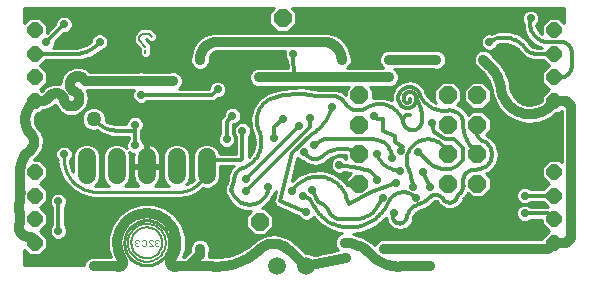
<source format=gbl>
G75*
%MOIN*%
%OFA0B0*%
%FSLAX24Y24*%
%IPPOS*%
%LPD*%
%AMOC8*
5,1,8,0,0,1.08239X$1,22.5*
%
%ADD10C,0.0040*%
%ADD11C,0.0100*%
%ADD12C,0.0080*%
%ADD13C,0.0050*%
%ADD14C,0.0498*%
%ADD15C,0.0060*%
%ADD16OC8,0.0515*%
%ADD17C,0.0600*%
%ADD18OC8,0.0600*%
%ADD19C,0.0278*%
%ADD20C,0.0120*%
%ADD21C,0.0357*%
%ADD22C,0.0320*%
%ADD23C,0.0591*%
D10*
X005942Y001492D02*
X005976Y001458D01*
X006043Y001458D01*
X006076Y001492D01*
X006163Y001492D02*
X006197Y001458D01*
X006264Y001458D01*
X006297Y001492D01*
X006297Y001625D01*
X006264Y001658D01*
X006197Y001658D01*
X006163Y001625D01*
X006076Y001625D02*
X006043Y001658D01*
X005976Y001658D01*
X005942Y001625D01*
X005942Y001592D01*
X005976Y001558D01*
X005942Y001525D01*
X005942Y001492D01*
X005976Y001558D02*
X006009Y001558D01*
X006384Y001592D02*
X006518Y001458D01*
X006384Y001458D01*
X006605Y001492D02*
X006639Y001458D01*
X006705Y001458D01*
X006739Y001492D01*
X006672Y001558D02*
X006639Y001558D01*
X006605Y001525D01*
X006605Y001492D01*
X006639Y001558D02*
X006605Y001592D01*
X006605Y001625D01*
X006639Y001658D01*
X006705Y001658D01*
X006739Y001625D01*
X006518Y001625D02*
X006485Y001658D01*
X006418Y001658D01*
X006384Y001625D01*
X006384Y001592D01*
D11*
X005578Y001556D02*
X005580Y001611D01*
X005586Y001665D01*
X005596Y001719D01*
X005610Y001771D01*
X005627Y001823D01*
X005649Y001873D01*
X005674Y001922D01*
X005702Y001969D01*
X005734Y002013D01*
X005769Y002055D01*
X005807Y002094D01*
X005848Y002131D01*
X005891Y002164D01*
X005936Y002194D01*
X005984Y002221D01*
X006033Y002244D01*
X006084Y002264D01*
X006137Y002280D01*
X006190Y002292D01*
X006244Y002300D01*
X006299Y002304D01*
X006353Y002304D01*
X006408Y002300D01*
X006462Y002292D01*
X006515Y002280D01*
X006568Y002264D01*
X006619Y002244D01*
X006668Y002221D01*
X006716Y002194D01*
X006761Y002164D01*
X006804Y002131D01*
X006845Y002094D01*
X006883Y002055D01*
X006918Y002013D01*
X006950Y001969D01*
X006978Y001922D01*
X007003Y001873D01*
X007025Y001823D01*
X007042Y001771D01*
X007056Y001719D01*
X007066Y001665D01*
X007072Y001611D01*
X007074Y001556D01*
X007072Y001501D01*
X007066Y001447D01*
X007056Y001393D01*
X007042Y001341D01*
X007025Y001289D01*
X007003Y001239D01*
X006978Y001190D01*
X006950Y001143D01*
X006918Y001099D01*
X006883Y001057D01*
X006845Y001018D01*
X006804Y000981D01*
X006761Y000948D01*
X006716Y000918D01*
X006668Y000891D01*
X006619Y000868D01*
X006568Y000848D01*
X006515Y000832D01*
X006462Y000820D01*
X006408Y000812D01*
X006353Y000808D01*
X006299Y000808D01*
X006244Y000812D01*
X006190Y000820D01*
X006137Y000832D01*
X006084Y000848D01*
X006033Y000868D01*
X005984Y000891D01*
X005936Y000918D01*
X005891Y000948D01*
X005848Y000981D01*
X005807Y001018D01*
X005769Y001057D01*
X005734Y001099D01*
X005702Y001143D01*
X005674Y001190D01*
X005649Y001239D01*
X005627Y001289D01*
X005610Y001341D01*
X005596Y001393D01*
X005586Y001447D01*
X005580Y001501D01*
X005578Y001556D01*
X005031Y001557D02*
X002993Y001557D01*
X002993Y001459D02*
X005033Y001459D01*
X005034Y001360D02*
X002966Y001360D01*
X002993Y001388D02*
X002993Y001725D01*
X002768Y001950D01*
X002993Y002175D01*
X002993Y002513D01*
X002768Y002737D01*
X002993Y002962D01*
X002993Y003300D01*
X002768Y003525D01*
X002993Y003750D01*
X002993Y004087D01*
X002754Y004326D01*
X002558Y004326D01*
X002565Y004335D01*
X002618Y004382D01*
X002667Y004420D01*
X002733Y004471D01*
X002870Y004727D01*
X002891Y005017D01*
X002791Y005290D01*
X002733Y005350D01*
X002690Y005394D01*
X002648Y005446D01*
X002593Y005569D01*
X002584Y005703D01*
X002622Y005832D01*
X002653Y005873D01*
X002754Y005873D01*
X002852Y005971D01*
X002892Y005971D01*
X003101Y006037D01*
X003280Y006165D01*
X003284Y006141D01*
X003438Y005923D01*
X003672Y005797D01*
X003672Y005797D01*
X003939Y005789D01*
X004181Y005900D01*
X004349Y006107D01*
X004349Y006107D01*
X004406Y006368D01*
X004341Y006626D01*
X004329Y006640D01*
X005883Y006640D01*
X005840Y006535D01*
X005840Y006420D01*
X005884Y006314D01*
X005965Y006233D01*
X006071Y006189D01*
X006186Y006189D01*
X006293Y006233D01*
X006328Y006268D01*
X008578Y006268D01*
X008696Y006385D01*
X008745Y006385D01*
X008852Y006429D01*
X008933Y006511D01*
X008977Y006617D01*
X008977Y006732D01*
X008933Y006838D01*
X008852Y006920D01*
X008745Y006964D01*
X008630Y006964D01*
X008524Y006920D01*
X008443Y006838D01*
X008399Y006732D01*
X008399Y006688D01*
X007394Y006688D01*
X007470Y006764D01*
X007520Y006885D01*
X007520Y007015D01*
X007470Y007136D01*
X007378Y007228D01*
X007257Y007278D01*
X007127Y007278D01*
X007082Y007260D01*
X006239Y007260D01*
X006194Y007278D01*
X006064Y007278D01*
X006019Y007260D01*
X004433Y007260D01*
X004346Y007347D01*
X004226Y007397D01*
X004212Y007397D01*
X004198Y007405D01*
X004198Y007405D01*
X003925Y007421D01*
X003675Y007313D01*
X003675Y007313D01*
X003500Y007103D01*
X003441Y006853D01*
X003178Y006855D01*
X002932Y006734D01*
X002932Y006734D01*
X002886Y006674D01*
X002861Y006639D01*
X002849Y006624D01*
X002841Y006615D01*
X002833Y006609D01*
X002768Y006674D01*
X002993Y006899D01*
X002993Y007237D01*
X002768Y007462D01*
X002952Y007646D01*
X004150Y007646D01*
X004504Y007759D01*
X004787Y007960D01*
X006099Y007960D01*
X006099Y008025D02*
X006099Y007811D01*
X006205Y007706D01*
X006354Y007706D01*
X006459Y007811D01*
X006459Y008174D01*
X006287Y008346D01*
X006311Y008346D01*
X006418Y008239D01*
X006567Y008239D01*
X006673Y008345D01*
X006673Y008494D01*
X006566Y008601D01*
X006460Y008706D01*
X006098Y008706D01*
X006028Y008636D01*
X005991Y008599D01*
X005955Y008564D01*
X005886Y008494D01*
X005886Y008238D01*
X006099Y008025D01*
X006065Y008058D02*
X004969Y008058D01*
X004996Y008086D02*
X005040Y008192D01*
X005040Y008307D01*
X004996Y008413D01*
X004915Y008494D01*
X004808Y008538D01*
X004693Y008538D01*
X004587Y008494D01*
X004506Y008413D01*
X004462Y008307D01*
X004462Y008255D01*
X003282Y008255D01*
X003268Y008241D02*
X003578Y008551D01*
X003627Y008551D01*
X003734Y008595D01*
X003815Y008676D01*
X003859Y008782D01*
X003859Y008897D01*
X003815Y009004D01*
X003734Y009085D01*
X003627Y009129D01*
X003512Y009129D01*
X003406Y009085D01*
X003325Y009004D01*
X003281Y008897D01*
X003281Y008848D01*
X002993Y008560D01*
X002993Y008812D01*
X002754Y009050D01*
X002417Y009050D01*
X002248Y008882D01*
X002248Y009374D01*
X010554Y009374D01*
X010403Y009223D01*
X010403Y008850D01*
X010667Y008587D01*
X011040Y008587D01*
X011303Y008850D01*
X011303Y009223D01*
X011152Y009374D01*
X020246Y009374D01*
X020246Y008882D01*
X020077Y009050D01*
X019740Y009050D01*
X019501Y008812D01*
X019501Y008519D01*
X019498Y008520D01*
X019387Y008621D01*
X019321Y008755D01*
X019316Y008822D01*
X019366Y008873D01*
X019410Y008979D01*
X019410Y009094D01*
X019366Y009200D01*
X019285Y009282D01*
X019179Y009326D01*
X019064Y009326D01*
X018957Y009282D01*
X018876Y009200D01*
X018832Y009094D01*
X018832Y008979D01*
X018876Y008873D01*
X018883Y008866D01*
X018903Y008638D01*
X019040Y008361D01*
X019040Y008361D01*
X019268Y008151D01*
X019489Y008066D01*
X019318Y008066D01*
X019274Y008069D01*
X019192Y008095D01*
X019121Y008146D01*
X019092Y008178D01*
X019040Y008248D01*
X018993Y008311D01*
X018724Y008504D01*
X018410Y008607D01*
X018410Y008607D01*
X018079Y008611D01*
X018079Y008611D01*
X017816Y008532D01*
X017801Y008538D01*
X017686Y008538D01*
X017579Y008494D01*
X017498Y008413D01*
X017454Y008307D01*
X017454Y008192D01*
X017498Y008086D01*
X017579Y008004D01*
X017686Y007960D01*
X017801Y007960D01*
X017907Y008004D01*
X017988Y008086D01*
X018013Y008145D01*
X018139Y008183D01*
X018339Y008180D01*
X018528Y008118D01*
X018690Y008002D01*
X018756Y007926D01*
X018756Y007926D01*
X018756Y007926D01*
X018763Y007918D01*
X018822Y007839D01*
X019000Y007712D01*
X019209Y007646D01*
X019542Y007646D01*
X019726Y007462D01*
X019501Y007237D01*
X019501Y006899D01*
X019726Y006674D01*
X019501Y006450D01*
X019501Y006299D01*
X019435Y006245D01*
X019251Y006170D01*
X019052Y006153D01*
X018858Y006196D01*
X018686Y006295D01*
X018551Y006441D01*
X018465Y006621D01*
X018444Y006718D01*
X018444Y006718D01*
X018440Y006741D01*
X018435Y006779D01*
X018418Y006900D01*
X018290Y007243D01*
X018290Y007243D01*
X018092Y007551D01*
X018092Y007551D01*
X017962Y007681D01*
X017919Y007725D01*
X017919Y007725D01*
X017843Y007800D01*
X017825Y007845D01*
X017732Y007937D01*
X017612Y007987D01*
X017481Y007987D01*
X017360Y007937D01*
X017268Y007845D01*
X017218Y007724D01*
X017218Y007593D01*
X017268Y007473D01*
X017360Y007380D01*
X017405Y007362D01*
X017480Y007286D01*
X017524Y007243D01*
X017601Y007156D01*
X017727Y006961D01*
X017807Y006744D01*
X017830Y006631D01*
X017839Y006570D01*
X017858Y006437D01*
X018025Y006085D01*
X018290Y005799D01*
X018290Y005799D01*
X018629Y005605D01*
X019010Y005520D01*
X019399Y005553D01*
X019760Y005700D01*
X019971Y005873D01*
X020077Y005873D01*
X020150Y005946D01*
X020150Y004254D01*
X020077Y004326D01*
X019740Y004326D01*
X019501Y004087D01*
X019501Y003750D01*
X019726Y003525D01*
X019542Y003341D01*
X019123Y003341D01*
X019088Y003376D01*
X018982Y003420D01*
X018867Y003420D01*
X018760Y003376D01*
X018679Y003295D01*
X018635Y003189D01*
X018635Y003074D01*
X018679Y002967D01*
X018760Y002886D01*
X018867Y002842D01*
X018982Y002842D01*
X019088Y002886D01*
X019123Y002921D01*
X019542Y002921D01*
X019713Y002751D01*
X019123Y002751D01*
X019088Y002786D01*
X018982Y002830D01*
X018867Y002830D01*
X018760Y002786D01*
X018679Y002704D01*
X018635Y002598D01*
X018635Y002483D01*
X018679Y002377D01*
X018760Y002296D01*
X018867Y002252D01*
X018982Y002252D01*
X019088Y002296D01*
X019123Y002331D01*
X019501Y002331D01*
X019501Y002175D01*
X019726Y001950D01*
X019501Y001725D01*
X019501Y001669D01*
X017656Y001669D01*
X017612Y001688D01*
X017481Y001688D01*
X017436Y001669D01*
X014349Y001669D01*
X014305Y001688D01*
X014174Y001688D01*
X014053Y001638D01*
X013961Y001546D01*
X013935Y001483D01*
X013895Y001527D01*
X013895Y001527D01*
X013895Y001527D01*
X013537Y001750D01*
X013537Y001750D01*
X013188Y001850D01*
X013565Y001913D01*
X013940Y002080D01*
X013940Y002080D01*
X014263Y002336D01*
X014304Y002390D01*
X014309Y002377D01*
X014321Y002365D01*
X014329Y002266D01*
X014487Y002060D01*
X014730Y001972D01*
X014983Y002028D01*
X015165Y002212D01*
X015165Y002212D01*
X015190Y002327D01*
X015193Y002339D01*
X015215Y002410D01*
X015294Y002536D01*
X015413Y002627D01*
X015482Y002655D01*
X015599Y002691D01*
X015805Y002820D01*
X015805Y002820D01*
X015829Y002845D01*
X015889Y002909D01*
X015904Y002922D01*
X015943Y002937D01*
X015984Y002934D01*
X016019Y002913D01*
X016033Y002897D01*
X016040Y002886D01*
X016081Y002824D01*
X016094Y002805D01*
X016285Y002694D01*
X016285Y002694D01*
X016506Y002680D01*
X016710Y002765D01*
X016710Y002765D01*
X016855Y002932D01*
X016883Y003039D01*
X016884Y003040D01*
X016885Y003042D01*
X016886Y003043D01*
X016902Y003055D01*
X016955Y003095D01*
X016955Y003095D01*
X016965Y003103D01*
X016965Y003103D01*
X017029Y003209D01*
X017163Y003075D01*
X017536Y003075D01*
X017799Y003338D01*
X017799Y003711D01*
X017643Y003867D01*
X017688Y003893D01*
X017825Y003969D01*
X017825Y003969D01*
X017825Y003969D01*
X018005Y004224D01*
X018060Y004532D01*
X017978Y004833D01*
X017775Y005070D01*
X017775Y005070D01*
X017711Y005098D01*
X017711Y005098D01*
X017697Y005105D01*
X017632Y005134D01*
X017628Y005136D01*
X017799Y005307D01*
X017799Y005680D01*
X017536Y005943D01*
X017163Y005943D01*
X017024Y005804D01*
X016984Y005904D01*
X016766Y006105D01*
X016662Y006138D01*
X016815Y006291D01*
X016815Y006664D01*
X016552Y006928D01*
X016179Y006928D01*
X015915Y006664D01*
X015915Y006291D01*
X015980Y006226D01*
X015812Y006325D01*
X015665Y006494D01*
X015615Y006595D01*
X015607Y006616D01*
X015583Y006676D01*
X015564Y006723D01*
X015358Y006906D01*
X015092Y006976D01*
X015092Y006976D01*
X014822Y006920D01*
X014607Y006748D01*
X014607Y006748D01*
X014491Y006498D01*
X014491Y006498D01*
X014498Y006308D01*
X014238Y006395D01*
X014238Y006395D01*
X013889Y006384D01*
X013889Y006384D01*
X013862Y006373D01*
X013862Y006664D01*
X013768Y006758D01*
X014287Y006758D01*
X014331Y006740D01*
X014462Y006740D01*
X014583Y006790D01*
X014675Y006882D01*
X014725Y007003D01*
X014725Y007133D01*
X014675Y007254D01*
X014583Y007347D01*
X014578Y007349D01*
X015862Y007349D01*
X015906Y007330D01*
X016037Y007330D01*
X016157Y007380D01*
X016250Y007473D01*
X016300Y007593D01*
X016300Y007724D01*
X016250Y007845D01*
X016157Y007937D01*
X016037Y007987D01*
X015906Y007987D01*
X015862Y007969D01*
X014506Y007969D01*
X014462Y007987D01*
X014331Y007987D01*
X014211Y007937D01*
X014118Y007845D01*
X014068Y007724D01*
X014068Y007593D01*
X014118Y007473D01*
X014211Y007380D01*
X014216Y007378D01*
X013003Y007378D01*
X013008Y007380D01*
X013100Y007473D01*
X013150Y007593D01*
X013150Y007724D01*
X013132Y007769D01*
X013132Y007801D01*
X013044Y008073D01*
X012876Y008303D01*
X012876Y008303D01*
X012645Y008471D01*
X012374Y008559D01*
X008545Y008559D01*
X008274Y008471D01*
X008043Y008303D01*
X007876Y008073D01*
X007876Y008073D01*
X007787Y007801D01*
X007787Y007769D01*
X007769Y007724D01*
X007769Y007593D01*
X007819Y007473D01*
X007911Y007380D01*
X008032Y007330D01*
X008163Y007330D01*
X008283Y007380D01*
X008376Y007473D01*
X008426Y007593D01*
X008426Y007724D01*
X008421Y007735D01*
X008438Y007786D01*
X008490Y007857D01*
X008561Y007909D01*
X008644Y007936D01*
X008688Y007939D01*
X010929Y007939D01*
X010919Y007913D01*
X010919Y007798D01*
X010963Y007692D01*
X011008Y007647D01*
X011021Y007378D01*
X010176Y007378D01*
X010131Y007397D01*
X010001Y007397D01*
X009880Y007347D01*
X009788Y007254D01*
X009738Y007133D01*
X009738Y007003D01*
X009788Y006882D01*
X009880Y006790D01*
X010001Y006740D01*
X010131Y006740D01*
X010176Y006758D01*
X013057Y006758D01*
X012962Y006664D01*
X012962Y006496D01*
X012858Y006582D01*
X012648Y006653D01*
X012625Y006652D01*
X012538Y006648D01*
X012182Y006650D01*
X011829Y006685D01*
X011501Y006734D01*
X011501Y006734D01*
X010840Y006691D01*
X010840Y006691D01*
X010604Y006625D01*
X010521Y006601D01*
X010351Y006553D01*
X010065Y006349D01*
X009864Y006060D01*
X009773Y005720D01*
X009802Y005370D01*
X009802Y005370D01*
X009875Y005210D01*
X009915Y005097D01*
X009937Y004859D01*
X009879Y004628D01*
X009748Y004428D01*
X009725Y004410D01*
X009725Y005098D01*
X009760Y005133D01*
X009804Y005239D01*
X009804Y005354D01*
X009760Y005460D01*
X009679Y005542D01*
X009572Y005586D01*
X009457Y005586D01*
X009351Y005542D01*
X009270Y005460D01*
X009226Y005354D01*
X009226Y005239D01*
X009270Y005133D01*
X009305Y005098D01*
X009305Y004522D01*
X008769Y004522D01*
X008707Y004670D01*
X008581Y004797D01*
X008415Y004865D01*
X008236Y004865D01*
X008071Y004797D01*
X007944Y004670D01*
X007876Y004505D01*
X007876Y003726D01*
X007898Y003673D01*
X007850Y003620D01*
X007648Y003501D01*
X007707Y003560D01*
X007776Y003726D01*
X007776Y004505D01*
X007707Y004670D01*
X007581Y004797D01*
X007415Y004865D01*
X007236Y004865D01*
X007071Y004797D01*
X006944Y004670D01*
X006876Y004505D01*
X006876Y003726D01*
X006944Y003560D01*
X007053Y003452D01*
X006598Y003457D01*
X006619Y003472D01*
X006669Y003522D01*
X006711Y003580D01*
X006743Y003643D01*
X006765Y003710D01*
X006776Y003780D01*
X006776Y004065D01*
X006376Y004065D01*
X006376Y004165D01*
X006776Y004165D01*
X006776Y004451D01*
X006765Y004521D01*
X006743Y004588D01*
X006711Y004651D01*
X006669Y004709D01*
X006619Y004759D01*
X006562Y004800D01*
X006499Y004832D01*
X006431Y004854D01*
X006376Y004863D01*
X006376Y004165D01*
X006276Y004165D01*
X006276Y004065D01*
X005876Y004065D01*
X005876Y003780D01*
X005887Y003710D01*
X005909Y003643D01*
X005941Y003580D01*
X005983Y003522D01*
X006033Y003472D01*
X006045Y003464D01*
X005991Y003464D01*
X005606Y003460D01*
X005707Y003560D01*
X005776Y003726D01*
X005776Y004505D01*
X005743Y004585D01*
X005768Y004559D01*
X005875Y004515D01*
X005886Y004515D01*
X005876Y004451D01*
X005876Y004165D01*
X006276Y004165D01*
X006276Y004863D01*
X006221Y004854D01*
X006221Y004862D01*
X006177Y004968D01*
X006142Y005003D01*
X006142Y005295D01*
X006177Y005330D01*
X006221Y005436D01*
X006221Y005551D01*
X006177Y005657D01*
X006096Y005738D01*
X005990Y005782D01*
X005875Y005782D01*
X005768Y005738D01*
X005687Y005657D01*
X005643Y005551D01*
X005643Y005507D01*
X005342Y005507D01*
X005222Y005516D01*
X004995Y005588D01*
X004953Y005618D01*
X004953Y005770D01*
X004892Y005916D01*
X004780Y006028D01*
X004633Y006089D01*
X004475Y006089D01*
X004328Y006028D01*
X004216Y005916D01*
X004155Y005770D01*
X004155Y005611D01*
X004216Y005464D01*
X004328Y005352D01*
X004475Y005291D01*
X004633Y005291D01*
X004658Y005301D01*
X004801Y005200D01*
X005155Y005087D01*
X005722Y005087D01*
X005722Y005003D01*
X005687Y004968D01*
X005643Y004862D01*
X005643Y004747D01*
X005652Y004726D01*
X005581Y004797D01*
X005415Y004865D01*
X005236Y004865D01*
X005071Y004797D01*
X004944Y004670D01*
X004876Y004505D01*
X004876Y003726D01*
X004944Y003560D01*
X005052Y003453D01*
X004789Y003450D01*
X004787Y003452D01*
X004707Y003449D01*
X004702Y003449D01*
X004599Y003453D01*
X004707Y003560D01*
X004776Y003726D01*
X004776Y004505D01*
X004707Y004670D01*
X004581Y004797D01*
X004415Y004865D01*
X004236Y004865D01*
X004071Y004797D01*
X003944Y004670D01*
X003876Y004505D01*
X003876Y003930D01*
X003800Y004089D01*
X003767Y004298D01*
X003815Y004345D01*
X003859Y004452D01*
X003859Y004567D01*
X003815Y004673D01*
X003734Y004754D01*
X003627Y004798D01*
X003512Y004798D01*
X003406Y004754D01*
X003325Y004673D01*
X003281Y004567D01*
X003281Y004452D01*
X003325Y004345D01*
X003349Y004321D01*
X003404Y003967D01*
X003569Y003621D01*
X003569Y003621D01*
X003827Y003336D01*
X003827Y003336D01*
X003827Y003336D01*
X004156Y003138D01*
X004528Y003042D01*
X004716Y003049D01*
X005991Y003057D01*
X007261Y003049D01*
X007435Y003033D01*
X007435Y003033D01*
X007795Y003113D01*
X008113Y003299D01*
X008189Y003385D01*
X008236Y003365D01*
X008415Y003365D01*
X008581Y003434D01*
X008707Y003560D01*
X008776Y003726D01*
X008776Y004102D01*
X009222Y004102D01*
X009148Y004038D01*
X009148Y004038D01*
X009148Y004038D01*
X009038Y003819D01*
X009036Y003784D01*
X009036Y003784D01*
X009030Y003697D01*
X009024Y003647D01*
X008996Y003550D01*
X008975Y003505D01*
X008934Y003428D01*
X008934Y003428D01*
X008931Y003422D01*
X008931Y003234D01*
X008934Y003228D01*
X008975Y003151D01*
X009013Y003078D01*
X009015Y003074D01*
X009051Y003006D01*
X009107Y002938D01*
X009107Y002927D01*
X009162Y002872D01*
X009211Y002812D01*
X009222Y002811D01*
X009281Y002751D01*
X009281Y002751D01*
X009281Y002751D01*
X009577Y002623D01*
X009801Y002617D01*
X009636Y002451D01*
X009636Y002079D01*
X009899Y001815D01*
X010272Y001815D01*
X010536Y002079D01*
X010536Y002451D01*
X010272Y002715D01*
X010172Y002715D01*
X010200Y002726D01*
X010439Y002942D01*
X010546Y003163D01*
X010626Y003243D01*
X010645Y003289D01*
X010574Y002999D01*
X010547Y002933D01*
X010554Y002917D01*
X010550Y002900D01*
X010587Y002839D01*
X010615Y002773D01*
X010631Y002766D01*
X010640Y002751D01*
X010710Y002734D01*
X011377Y002461D01*
X011396Y002416D01*
X011477Y002335D01*
X011583Y002291D01*
X011698Y002291D01*
X011804Y002335D01*
X011883Y002413D01*
X012076Y002209D01*
X012383Y002009D01*
X012473Y001978D01*
X012527Y001959D01*
X012555Y001949D01*
X012637Y001920D01*
X012749Y001881D01*
X012829Y001874D01*
X012734Y001835D01*
X012642Y001742D01*
X012592Y001622D01*
X012592Y001491D01*
X012642Y001370D01*
X012707Y001305D01*
X011900Y001139D01*
X011893Y001146D01*
X011729Y001214D01*
X011618Y001214D01*
X011266Y001543D01*
X011157Y001652D01*
X011157Y001652D01*
X010873Y001797D01*
X010558Y001847D01*
X010243Y001797D01*
X009959Y001652D01*
X009851Y001543D01*
X009714Y001426D01*
X009404Y001236D01*
X009061Y001116D01*
X008701Y001071D01*
X008521Y001078D01*
X008516Y001078D01*
X008458Y001083D01*
X008454Y001082D01*
X008401Y001086D01*
X008407Y001101D01*
X008407Y001250D01*
X008426Y001294D01*
X008426Y001425D01*
X008376Y001546D01*
X008283Y001638D01*
X008163Y001688D01*
X008032Y001688D01*
X007911Y001638D01*
X007819Y001546D01*
X007769Y001425D01*
X007769Y001294D01*
X007775Y001279D01*
X007575Y001079D01*
X007531Y001079D01*
X007618Y001336D01*
X007622Y001749D01*
X007498Y002142D01*
X007498Y002142D01*
X007258Y002478D01*
X007258Y002478D01*
X007258Y002478D01*
X006925Y002722D01*
X006925Y002722D01*
X006532Y002851D01*
X006119Y002851D01*
X005727Y002722D01*
X005394Y002478D01*
X005154Y002142D01*
X005029Y001749D01*
X005029Y001749D01*
X005034Y001336D01*
X005034Y001336D01*
X005121Y001079D01*
X004664Y001079D01*
X004619Y001097D01*
X004489Y001097D01*
X004368Y001047D01*
X004276Y000955D01*
X004226Y000834D01*
X004226Y000825D01*
X002248Y000825D01*
X002248Y001317D01*
X002417Y001149D01*
X002754Y001149D01*
X002993Y001388D01*
X002867Y001262D02*
X005059Y001262D01*
X005092Y001163D02*
X002769Y001163D01*
X002402Y001163D02*
X002248Y001163D01*
X002248Y001065D02*
X004410Y001065D01*
X004287Y000966D02*
X002248Y000966D01*
X002248Y000868D02*
X004240Y000868D01*
X003537Y001705D02*
X003431Y001661D01*
X003316Y001661D01*
X003209Y001705D01*
X003128Y001786D01*
X003084Y001893D01*
X003084Y002008D01*
X003128Y002114D01*
X003163Y002149D01*
X003163Y002736D01*
X003128Y002771D01*
X003084Y002877D01*
X003084Y002992D01*
X003128Y003098D01*
X003209Y003179D01*
X003316Y003223D01*
X003431Y003223D01*
X003537Y003179D01*
X003618Y003098D01*
X003662Y002992D01*
X003662Y002877D01*
X003618Y002771D01*
X003583Y002736D01*
X003583Y002149D01*
X003618Y002114D01*
X003662Y002008D01*
X003662Y001893D01*
X003618Y001786D01*
X003537Y001705D01*
X003586Y001754D02*
X005031Y001754D01*
X005030Y001656D02*
X002993Y001656D01*
X002964Y001754D02*
X003160Y001754D01*
X003100Y001853D02*
X002865Y001853D01*
X002769Y001951D02*
X003084Y001951D01*
X003101Y002050D02*
X002868Y002050D01*
X002966Y002148D02*
X003162Y002148D01*
X003163Y002247D02*
X002993Y002247D01*
X002993Y002345D02*
X003163Y002345D01*
X003163Y002444D02*
X002993Y002444D01*
X002963Y002542D02*
X003163Y002542D01*
X003163Y002641D02*
X002865Y002641D01*
X002770Y002739D02*
X003159Y002739D01*
X003100Y002838D02*
X002868Y002838D01*
X002967Y002936D02*
X003084Y002936D01*
X003102Y003035D02*
X002993Y003035D01*
X002993Y003133D02*
X003163Y003133D01*
X002993Y003232D02*
X004000Y003232D01*
X004156Y003138D02*
X004156Y003138D01*
X004173Y003133D02*
X003583Y003133D01*
X003644Y003035D02*
X007415Y003035D01*
X007444Y003035D02*
X009036Y003035D01*
X009051Y003006D02*
X009051Y003006D01*
X009107Y002936D02*
X003662Y002936D01*
X003646Y002838D02*
X006080Y002838D01*
X005779Y002739D02*
X003587Y002739D01*
X003583Y002641D02*
X005616Y002641D01*
X005727Y002722D02*
X005727Y002722D01*
X005482Y002542D02*
X003583Y002542D01*
X003583Y002444D02*
X005369Y002444D01*
X005394Y002478D02*
X005394Y002478D01*
X005394Y002478D01*
X005299Y002345D02*
X003583Y002345D01*
X003583Y002247D02*
X005228Y002247D01*
X005158Y002148D02*
X003584Y002148D01*
X003645Y002050D02*
X005124Y002050D01*
X005154Y002142D02*
X005154Y002142D01*
X005093Y001951D02*
X003662Y001951D01*
X003646Y001853D02*
X005062Y001853D01*
X006571Y002838D02*
X009190Y002838D01*
X009308Y002739D02*
X006872Y002739D01*
X007036Y002641D02*
X009535Y002641D01*
X009577Y002623D02*
X009577Y002623D01*
X009726Y002542D02*
X007170Y002542D01*
X007282Y002444D02*
X009636Y002444D01*
X009636Y002345D02*
X007353Y002345D01*
X007423Y002247D02*
X009636Y002247D01*
X009636Y002148D02*
X007494Y002148D01*
X007527Y002050D02*
X009664Y002050D01*
X009763Y001951D02*
X007558Y001951D01*
X007589Y001853D02*
X009861Y001853D01*
X009959Y001652D02*
X009959Y001652D01*
X009967Y001656D02*
X008240Y001656D01*
X008364Y001557D02*
X009865Y001557D01*
X009752Y001459D02*
X008412Y001459D01*
X008426Y001360D02*
X009607Y001360D01*
X009446Y001262D02*
X008412Y001262D01*
X008407Y001163D02*
X009197Y001163D01*
X010160Y001754D02*
X007620Y001754D01*
X007622Y001749D02*
X007622Y001749D01*
X007621Y001656D02*
X007954Y001656D01*
X007831Y001557D02*
X007620Y001557D01*
X007619Y001459D02*
X007783Y001459D01*
X007769Y001360D02*
X007618Y001360D01*
X007618Y001336D02*
X007618Y001336D01*
X007593Y001262D02*
X007758Y001262D01*
X007660Y001163D02*
X007559Y001163D01*
X007271Y003250D02*
X004711Y003250D01*
X004528Y003042D02*
X004528Y003042D01*
X003837Y003330D02*
X002963Y003330D01*
X002864Y003429D02*
X003743Y003429D01*
X003654Y003527D02*
X002771Y003527D01*
X002869Y003626D02*
X003567Y003626D01*
X003520Y003724D02*
X002968Y003724D01*
X002993Y003823D02*
X003473Y003823D01*
X003426Y003921D02*
X002993Y003921D01*
X002993Y004020D02*
X003396Y004020D01*
X003404Y003967D02*
X003404Y003967D01*
X003381Y004118D02*
X002962Y004118D01*
X002864Y004217D02*
X003366Y004217D01*
X003350Y004315D02*
X002765Y004315D01*
X002659Y004414D02*
X003297Y004414D01*
X003281Y004512D02*
X002755Y004512D01*
X002733Y004471D02*
X002733Y004471D01*
X002733Y004471D01*
X002808Y004611D02*
X003299Y004611D01*
X003361Y004709D02*
X002860Y004709D01*
X002876Y004808D02*
X004097Y004808D01*
X003983Y004709D02*
X003779Y004709D01*
X003841Y004611D02*
X003920Y004611D01*
X003879Y004512D02*
X003859Y004512D01*
X003843Y004414D02*
X003876Y004414D01*
X003876Y004315D02*
X003785Y004315D01*
X003780Y004217D02*
X003876Y004217D01*
X003876Y004118D02*
X003795Y004118D01*
X003833Y004020D02*
X003876Y004020D01*
X003569Y004509D02*
X003562Y004445D01*
X003559Y004380D01*
X003560Y004316D01*
X003564Y004251D01*
X003572Y004187D01*
X003584Y004124D01*
X003599Y004061D01*
X003618Y003999D01*
X003641Y003939D01*
X003667Y003880D01*
X003696Y003822D01*
X003729Y003767D01*
X003765Y003713D01*
X003804Y003661D01*
X003846Y003612D01*
X003891Y003566D01*
X003938Y003522D01*
X003988Y003481D01*
X004040Y003443D01*
X004095Y003408D01*
X004151Y003376D01*
X004209Y003347D01*
X004268Y003322D01*
X004329Y003301D01*
X004391Y003283D01*
X004454Y003269D01*
X004518Y003258D01*
X004582Y003251D01*
X004647Y003248D01*
X004712Y003249D01*
X004674Y003527D02*
X004978Y003527D01*
X004917Y003626D02*
X004734Y003626D01*
X004775Y003724D02*
X004876Y003724D01*
X004876Y003823D02*
X004776Y003823D01*
X004776Y003921D02*
X004876Y003921D01*
X004876Y004020D02*
X004776Y004020D01*
X004776Y004118D02*
X004876Y004118D01*
X004876Y004217D02*
X004776Y004217D01*
X004776Y004315D02*
X004876Y004315D01*
X004876Y004414D02*
X004776Y004414D01*
X004773Y004512D02*
X004879Y004512D01*
X004920Y004611D02*
X004732Y004611D01*
X004668Y004709D02*
X004983Y004709D01*
X005097Y004808D02*
X004554Y004808D01*
X005103Y005103D02*
X002859Y005103D01*
X002890Y005005D02*
X005722Y005005D01*
X005661Y004906D02*
X002883Y004906D01*
X002823Y005202D02*
X004798Y005202D01*
X004801Y005200D02*
X004801Y005200D01*
X004660Y005300D02*
X004655Y005300D01*
X004453Y005300D02*
X002781Y005300D01*
X002733Y005350D02*
X002733Y005350D01*
X002686Y005399D02*
X004281Y005399D01*
X004202Y005497D02*
X002625Y005497D01*
X002591Y005596D02*
X004161Y005596D01*
X004155Y005694D02*
X002585Y005694D01*
X002611Y005793D02*
X003809Y005793D01*
X003939Y005789D02*
X003939Y005789D01*
X003948Y005793D02*
X004165Y005793D01*
X004163Y005891D02*
X004206Y005891D01*
X004181Y005900D02*
X004181Y005900D01*
X004254Y005990D02*
X004289Y005990D01*
X004333Y006088D02*
X004472Y006088D01*
X004366Y006187D02*
X009952Y006187D01*
X009884Y006088D02*
X004636Y006088D01*
X004819Y005990D02*
X008972Y005990D01*
X008935Y005952D02*
X008891Y005846D01*
X008891Y005797D01*
X008773Y005679D01*
X008773Y005200D01*
X008738Y005165D01*
X008694Y005059D01*
X008694Y004944D01*
X008738Y004837D01*
X008820Y004756D01*
X008926Y004712D01*
X009041Y004712D01*
X009147Y004756D01*
X009228Y004837D01*
X009272Y004944D01*
X009272Y005059D01*
X009228Y005165D01*
X009193Y005200D01*
X009193Y005500D01*
X009238Y005500D01*
X009344Y005544D01*
X009425Y005625D01*
X009469Y005731D01*
X009469Y005846D01*
X009425Y005952D01*
X009344Y006034D01*
X009238Y006078D01*
X009123Y006078D01*
X009016Y006034D01*
X008935Y005952D01*
X008910Y005891D02*
X004903Y005891D01*
X004944Y005793D02*
X008887Y005793D01*
X008789Y005694D02*
X006140Y005694D01*
X006203Y005596D02*
X008773Y005596D01*
X008773Y005497D02*
X006221Y005497D01*
X006206Y005399D02*
X008773Y005399D01*
X008773Y005300D02*
X006148Y005300D01*
X006142Y005202D02*
X008773Y005202D01*
X008713Y005103D02*
X006142Y005103D01*
X006142Y005005D02*
X008694Y005005D01*
X008710Y004906D02*
X006203Y004906D01*
X006276Y004808D02*
X006376Y004808D01*
X006376Y004709D02*
X006276Y004709D01*
X006276Y004611D02*
X006376Y004611D01*
X006376Y004512D02*
X006276Y004512D01*
X006276Y004414D02*
X006376Y004414D01*
X006376Y004315D02*
X006276Y004315D01*
X006276Y004217D02*
X006376Y004217D01*
X006376Y004118D02*
X006876Y004118D01*
X006876Y004020D02*
X006776Y004020D01*
X006776Y003921D02*
X006876Y003921D01*
X006876Y003823D02*
X006776Y003823D01*
X006767Y003724D02*
X006876Y003724D01*
X006917Y003626D02*
X006734Y003626D01*
X006673Y003527D02*
X006978Y003527D01*
X007674Y003527D02*
X007692Y003527D01*
X007734Y003626D02*
X007855Y003626D01*
X007876Y003724D02*
X007775Y003724D01*
X007776Y003823D02*
X007876Y003823D01*
X007876Y003921D02*
X007776Y003921D01*
X007776Y004020D02*
X007876Y004020D01*
X007876Y004118D02*
X007776Y004118D01*
X007776Y004217D02*
X007876Y004217D01*
X007876Y004315D02*
X007776Y004315D01*
X007776Y004414D02*
X007876Y004414D01*
X007879Y004512D02*
X007773Y004512D01*
X007732Y004611D02*
X007920Y004611D01*
X007983Y004709D02*
X007668Y004709D01*
X007554Y004808D02*
X008097Y004808D01*
X008554Y004808D02*
X008768Y004808D01*
X008668Y004709D02*
X009305Y004709D01*
X009305Y004611D02*
X008732Y004611D01*
X009199Y004808D02*
X009305Y004808D01*
X009305Y004906D02*
X009257Y004906D01*
X009272Y005005D02*
X009305Y005005D01*
X009299Y005103D02*
X009254Y005103D01*
X009241Y005202D02*
X009193Y005202D01*
X009193Y005300D02*
X009226Y005300D01*
X009244Y005399D02*
X009193Y005399D01*
X009193Y005497D02*
X009307Y005497D01*
X009396Y005596D02*
X009783Y005596D01*
X009775Y005694D02*
X009454Y005694D01*
X009469Y005793D02*
X009793Y005793D01*
X009773Y005720D02*
X009773Y005720D01*
X009819Y005891D02*
X009450Y005891D01*
X009388Y005990D02*
X009846Y005990D01*
X009864Y006060D02*
X009864Y006060D01*
X010021Y006285D02*
X008596Y006285D01*
X008694Y006384D02*
X010114Y006384D01*
X010065Y006349D02*
X010065Y006349D01*
X010065Y006349D01*
X010252Y006482D02*
X008905Y006482D01*
X008962Y006581D02*
X010449Y006581D01*
X010351Y006553D02*
X010351Y006553D01*
X010798Y006679D02*
X008977Y006679D01*
X008958Y006778D02*
X009909Y006778D01*
X009793Y006876D02*
X008895Y006876D01*
X008481Y006876D02*
X007517Y006876D01*
X007520Y006975D02*
X009749Y006975D01*
X009738Y007073D02*
X007496Y007073D01*
X007435Y007172D02*
X009753Y007172D01*
X009804Y007270D02*
X007277Y007270D01*
X007107Y007270D02*
X006214Y007270D01*
X006044Y007270D02*
X004423Y007270D01*
X004293Y007369D02*
X007939Y007369D01*
X007824Y007467D02*
X002774Y007467D01*
X002861Y007369D02*
X003805Y007369D01*
X003925Y007421D02*
X003925Y007421D01*
X003639Y007270D02*
X002960Y007270D01*
X002993Y007172D02*
X003557Y007172D01*
X003500Y007103D02*
X003500Y007103D01*
X003493Y007073D02*
X002993Y007073D01*
X002993Y006975D02*
X003469Y006975D01*
X003446Y006876D02*
X002970Y006876D01*
X003021Y006778D02*
X002871Y006778D01*
X002891Y006679D02*
X002773Y006679D01*
X002849Y006624D02*
X002849Y006624D01*
X002886Y006674D02*
X002886Y006674D01*
X003178Y006855D02*
X003178Y006855D01*
X004341Y006626D02*
X004341Y006626D01*
X004353Y006581D02*
X005859Y006581D01*
X005840Y006482D02*
X004377Y006482D01*
X004402Y006384D02*
X005855Y006384D01*
X005912Y006285D02*
X004388Y006285D01*
X004406Y006368D02*
X004406Y006368D01*
X003438Y005923D02*
X003438Y005923D01*
X003438Y005923D01*
X003497Y005891D02*
X002772Y005891D01*
X002952Y005990D02*
X003391Y005990D01*
X003321Y006088D02*
X003172Y006088D01*
X003101Y006037D02*
X003101Y006037D01*
X003284Y006141D02*
X003284Y006141D01*
X003280Y006165D02*
X003280Y006165D01*
X003280Y006165D01*
X003280Y006165D01*
X004953Y005694D02*
X005724Y005694D01*
X005662Y005596D02*
X004985Y005596D01*
X005554Y004808D02*
X005643Y004808D01*
X005773Y004512D02*
X005886Y004512D01*
X005876Y004414D02*
X005776Y004414D01*
X005776Y004315D02*
X005876Y004315D01*
X005876Y004217D02*
X005776Y004217D01*
X005776Y004118D02*
X006276Y004118D01*
X005876Y004020D02*
X005776Y004020D01*
X005776Y003921D02*
X005876Y003921D01*
X005876Y003823D02*
X005776Y003823D01*
X005775Y003724D02*
X005885Y003724D01*
X005917Y003626D02*
X005734Y003626D01*
X005674Y003527D02*
X005979Y003527D01*
X006776Y004217D02*
X006876Y004217D01*
X006876Y004315D02*
X006776Y004315D01*
X006776Y004414D02*
X006876Y004414D01*
X006879Y004512D02*
X006766Y004512D01*
X006731Y004611D02*
X006920Y004611D01*
X006983Y004709D02*
X006668Y004709D01*
X006547Y004808D02*
X007097Y004808D01*
X008326Y004115D02*
X008318Y004055D01*
X008306Y003996D01*
X008291Y003937D01*
X008272Y003880D01*
X008249Y003824D01*
X008223Y003769D01*
X008193Y003716D01*
X008161Y003665D01*
X008125Y003616D01*
X008086Y003570D01*
X008044Y003526D01*
X008000Y003485D01*
X007953Y003446D01*
X007904Y003411D01*
X007853Y003378D01*
X007800Y003349D01*
X007745Y003324D01*
X007688Y003302D01*
X007631Y003283D01*
X007572Y003268D01*
X007513Y003257D01*
X007453Y003249D01*
X007392Y003245D01*
X007332Y003245D01*
X007271Y003249D01*
X007795Y003113D02*
X007795Y003113D01*
X007830Y003133D02*
X008984Y003133D01*
X008934Y003228D02*
X008934Y003228D01*
X008932Y003232D02*
X007998Y003232D01*
X008113Y003299D02*
X008113Y003299D01*
X008140Y003330D02*
X008931Y003330D01*
X008935Y003429D02*
X008568Y003429D01*
X008674Y003527D02*
X008985Y003527D01*
X009017Y003626D02*
X008734Y003626D01*
X008775Y003724D02*
X009032Y003724D01*
X009038Y003819D02*
X009038Y003819D01*
X009040Y003823D02*
X008776Y003823D01*
X008776Y003921D02*
X009089Y003921D01*
X009139Y004020D02*
X008776Y004020D01*
X009725Y004414D02*
X009729Y004414D01*
X009725Y004512D02*
X009803Y004512D01*
X009868Y004611D02*
X009725Y004611D01*
X009725Y004709D02*
X009899Y004709D01*
X009924Y004808D02*
X009725Y004808D01*
X009725Y004906D02*
X009932Y004906D01*
X009923Y005005D02*
X009725Y005005D01*
X009730Y005103D02*
X009913Y005103D01*
X009878Y005202D02*
X009788Y005202D01*
X009804Y005300D02*
X009834Y005300D01*
X009800Y005399D02*
X009785Y005399D01*
X009791Y005497D02*
X009723Y005497D01*
X011347Y004394D02*
X011398Y004343D01*
X011505Y004299D01*
X011518Y004299D01*
X011680Y004175D01*
X011980Y004122D01*
X012271Y004213D01*
X012371Y004312D01*
X012469Y004383D01*
X012699Y004473D01*
X012946Y004481D01*
X012962Y004476D01*
X012962Y004344D01*
X012907Y004400D01*
X012801Y004444D01*
X012686Y004444D01*
X012579Y004400D01*
X012498Y004319D01*
X012454Y004212D01*
X012454Y004097D01*
X012498Y003991D01*
X012579Y003910D01*
X012686Y003866D01*
X012801Y003866D01*
X012907Y003910D01*
X012908Y003911D01*
X013123Y003872D01*
X012962Y003711D01*
X012962Y003575D01*
X013362Y003575D01*
X013362Y003475D01*
X013010Y003475D01*
X012866Y003657D01*
X012866Y003657D01*
X012539Y003874D01*
X012539Y003874D01*
X012159Y003978D01*
X011767Y003958D01*
X011400Y003816D01*
X011157Y003617D01*
X011347Y004394D01*
X011328Y004315D02*
X011465Y004315D01*
X011625Y004217D02*
X011304Y004217D01*
X011280Y004118D02*
X012454Y004118D01*
X012456Y004217D02*
X012274Y004217D01*
X012271Y004213D02*
X012271Y004213D01*
X012375Y004315D02*
X012497Y004315D01*
X012548Y004414D02*
X012613Y004414D01*
X012873Y004414D02*
X012962Y004414D01*
X012486Y004020D02*
X011256Y004020D01*
X011231Y003921D02*
X011671Y003921D01*
X011767Y003958D02*
X011767Y003958D01*
X011680Y004175D02*
X011680Y004175D01*
X011980Y004122D02*
X011980Y004122D01*
X012159Y003978D02*
X012159Y003978D01*
X012367Y003921D02*
X012568Y003921D01*
X012616Y003823D02*
X013074Y003823D01*
X012975Y003724D02*
X012765Y003724D01*
X012891Y003626D02*
X012962Y003626D01*
X012969Y003527D02*
X013362Y003527D01*
X011417Y003823D02*
X011207Y003823D01*
X011183Y003724D02*
X011288Y003724D01*
X011400Y003816D02*
X011400Y003816D01*
X011168Y003626D02*
X011159Y003626D01*
X010631Y003232D02*
X010615Y003232D01*
X010607Y003133D02*
X010532Y003133D01*
X010484Y003035D02*
X010583Y003035D01*
X010549Y002936D02*
X010432Y002936D01*
X010439Y002942D02*
X010439Y002942D01*
X010439Y002942D01*
X010324Y002838D02*
X010587Y002838D01*
X010688Y002739D02*
X010215Y002739D01*
X010200Y002726D02*
X010200Y002726D01*
X010346Y002641D02*
X010938Y002641D01*
X011178Y002542D02*
X010445Y002542D01*
X010536Y002444D02*
X011384Y002444D01*
X011467Y002345D02*
X010536Y002345D01*
X010536Y002247D02*
X012040Y002247D01*
X012076Y002209D02*
X012076Y002209D01*
X012169Y002148D02*
X010536Y002148D01*
X010507Y002050D02*
X012321Y002050D01*
X012383Y002009D02*
X012383Y002009D01*
X012473Y001978D02*
X012473Y001978D01*
X012548Y001951D02*
X010408Y001951D01*
X010310Y001853D02*
X012778Y001853D01*
X012654Y001754D02*
X010956Y001754D01*
X010873Y001797D02*
X010873Y001797D01*
X011149Y001656D02*
X012606Y001656D01*
X012592Y001557D02*
X011251Y001557D01*
X011356Y001459D02*
X012605Y001459D01*
X012652Y001360D02*
X011462Y001360D01*
X011567Y001262D02*
X012497Y001262D01*
X012019Y001163D02*
X011852Y001163D01*
X010558Y001847D02*
X010558Y001847D01*
X010243Y001797D02*
X010243Y001797D01*
X011815Y002345D02*
X011947Y002345D01*
X013203Y001853D02*
X019629Y001853D01*
X019725Y001951D02*
X013650Y001951D01*
X013871Y002050D02*
X014516Y002050D01*
X014487Y002060D02*
X014487Y002060D01*
X014487Y002060D01*
X014420Y002148D02*
X014026Y002148D01*
X014150Y002247D02*
X014344Y002247D01*
X014329Y002266D02*
X014329Y002266D01*
X014323Y002345D02*
X014270Y002345D01*
X014263Y002336D02*
X014263Y002336D01*
X014983Y002028D02*
X014983Y002028D01*
X015004Y002050D02*
X019626Y002050D01*
X019528Y002148D02*
X015102Y002148D01*
X015173Y002247D02*
X019501Y002247D01*
X018711Y002345D02*
X015194Y002345D01*
X015236Y002444D02*
X018651Y002444D01*
X018635Y002542D02*
X015302Y002542D01*
X015447Y002641D02*
X018653Y002641D01*
X018714Y002739D02*
X016649Y002739D01*
X016506Y002680D02*
X016506Y002680D01*
X016207Y002739D02*
X015676Y002739D01*
X015599Y002691D02*
X015599Y002691D01*
X015482Y002655D02*
X015482Y002655D01*
X015822Y002838D02*
X016072Y002838D01*
X016081Y002824D02*
X016081Y002824D01*
X016094Y002805D02*
X016094Y002805D01*
X016094Y002805D01*
X016033Y002897D02*
X016033Y002897D01*
X015955Y002936D02*
X015940Y002936D01*
X015829Y002845D02*
X015829Y002845D01*
X016774Y002838D02*
X019626Y002838D01*
X018710Y002936D02*
X016857Y002936D01*
X016855Y002932D02*
X016855Y002932D01*
X016882Y003035D02*
X018651Y003035D01*
X018635Y003133D02*
X017594Y003133D01*
X017693Y003232D02*
X018653Y003232D01*
X018715Y003330D02*
X017791Y003330D01*
X017799Y003429D02*
X019630Y003429D01*
X019723Y003527D02*
X017799Y003527D01*
X017799Y003626D02*
X019625Y003626D01*
X019526Y003724D02*
X017786Y003724D01*
X017688Y003823D02*
X019501Y003823D01*
X019501Y003921D02*
X017739Y003921D01*
X017860Y004020D02*
X019501Y004020D01*
X019532Y004118D02*
X017930Y004118D01*
X018000Y004217D02*
X019630Y004217D01*
X019729Y004315D02*
X018022Y004315D01*
X018005Y004224D02*
X018005Y004224D01*
X018039Y004414D02*
X020150Y004414D01*
X020150Y004512D02*
X018056Y004512D01*
X018060Y004532D02*
X018060Y004532D01*
X018038Y004611D02*
X020150Y004611D01*
X020150Y004709D02*
X018011Y004709D01*
X017985Y004808D02*
X020150Y004808D01*
X020150Y004906D02*
X017915Y004906D01*
X017978Y004833D02*
X017978Y004833D01*
X017830Y005005D02*
X020150Y005005D01*
X020150Y005103D02*
X017700Y005103D01*
X017632Y005134D02*
X017632Y005134D01*
X017694Y005202D02*
X020150Y005202D01*
X020150Y005300D02*
X017793Y005300D01*
X017799Y005399D02*
X020150Y005399D01*
X020150Y005497D02*
X017799Y005497D01*
X017799Y005596D02*
X018669Y005596D01*
X018629Y005605D02*
X018629Y005605D01*
X018473Y005694D02*
X017785Y005694D01*
X017686Y005793D02*
X018301Y005793D01*
X018205Y005891D02*
X017588Y005891D01*
X017536Y006028D02*
X017163Y006028D01*
X016899Y006291D01*
X016899Y006664D01*
X017163Y006928D01*
X017536Y006928D01*
X017799Y006664D01*
X017799Y006291D01*
X017536Y006028D01*
X017596Y006088D02*
X018024Y006088D01*
X018025Y006085D02*
X018025Y006085D01*
X017977Y006187D02*
X017695Y006187D01*
X017793Y006285D02*
X017930Y006285D01*
X017883Y006384D02*
X017799Y006384D01*
X017858Y006437D02*
X017858Y006437D01*
X017851Y006482D02*
X017799Y006482D01*
X017799Y006581D02*
X017837Y006581D01*
X017820Y006679D02*
X017784Y006679D01*
X017795Y006778D02*
X017686Y006778D01*
X017758Y006876D02*
X017587Y006876D01*
X017718Y006975D02*
X015097Y006975D01*
X015085Y006975D02*
X014713Y006975D01*
X014725Y007073D02*
X017655Y007073D01*
X017588Y007172D02*
X014709Y007172D01*
X014659Y007270D02*
X017496Y007270D01*
X017480Y007286D02*
X017480Y007286D01*
X017388Y007369D02*
X016130Y007369D01*
X016244Y007467D02*
X017273Y007467D01*
X017229Y007566D02*
X016288Y007566D01*
X016300Y007664D02*
X017218Y007664D01*
X017234Y007763D02*
X016284Y007763D01*
X016233Y007861D02*
X017284Y007861D01*
X017415Y007960D02*
X016103Y007960D01*
X017469Y008157D02*
X012983Y008157D01*
X013044Y008073D02*
X013044Y008073D01*
X013048Y008058D02*
X017525Y008058D01*
X017678Y007960D02*
X018727Y007960D01*
X018805Y007861D02*
X017808Y007861D01*
X017881Y007763D02*
X018929Y007763D01*
X018822Y007839D02*
X018822Y007839D01*
X018611Y008058D02*
X017961Y008058D01*
X018052Y008157D02*
X018410Y008157D01*
X018724Y008504D02*
X018724Y008504D01*
X018796Y008452D02*
X018995Y008452D01*
X018946Y008551D02*
X018581Y008551D01*
X018903Y008638D02*
X018903Y008638D01*
X018902Y008649D02*
X011102Y008649D01*
X011201Y008748D02*
X018894Y008748D01*
X018885Y008846D02*
X011299Y008846D01*
X011303Y008945D02*
X018846Y008945D01*
X018832Y009043D02*
X011303Y009043D01*
X011303Y009142D02*
X018852Y009142D01*
X018916Y009240D02*
X011286Y009240D01*
X011188Y009339D02*
X020246Y009339D01*
X020246Y009240D02*
X019326Y009240D01*
X019390Y009142D02*
X020246Y009142D01*
X020246Y009043D02*
X020084Y009043D01*
X020183Y008945D02*
X020246Y008945D01*
X019733Y009043D02*
X019410Y009043D01*
X019396Y008945D02*
X019634Y008945D01*
X019536Y008846D02*
X019339Y008846D01*
X019325Y008748D02*
X019501Y008748D01*
X019501Y008649D02*
X019374Y008649D01*
X019464Y008551D02*
X019501Y008551D01*
X019048Y008354D02*
X018933Y008354D01*
X018993Y008311D02*
X018993Y008311D01*
X018993Y008311D01*
X019035Y008255D02*
X019155Y008255D01*
X019111Y008157D02*
X019262Y008157D01*
X019268Y008151D02*
X019268Y008151D01*
X019040Y008248D02*
X019040Y008248D01*
X017878Y008551D02*
X012400Y008551D01*
X012645Y008471D02*
X012645Y008471D01*
X012671Y008452D02*
X017537Y008452D01*
X017474Y008354D02*
X012807Y008354D01*
X012876Y008303D02*
X012876Y008303D01*
X012911Y008255D02*
X017454Y008255D01*
X017962Y007681D02*
X017962Y007681D01*
X017979Y007664D02*
X019150Y007664D01*
X019622Y007566D02*
X018078Y007566D01*
X018146Y007467D02*
X019720Y007467D01*
X019633Y007369D02*
X018209Y007369D01*
X018272Y007270D02*
X019534Y007270D01*
X019501Y007172D02*
X018316Y007172D01*
X018353Y007073D02*
X019501Y007073D01*
X019501Y006975D02*
X018390Y006975D01*
X018418Y006900D02*
X018418Y006900D01*
X018421Y006876D02*
X019524Y006876D01*
X019623Y006778D02*
X018435Y006778D01*
X018452Y006679D02*
X019721Y006679D01*
X019632Y006581D02*
X018484Y006581D01*
X018531Y006482D02*
X019534Y006482D01*
X019501Y006384D02*
X018604Y006384D01*
X018704Y006285D02*
X019484Y006285D01*
X019292Y006187D02*
X018902Y006187D01*
X018114Y005990D02*
X016891Y005990D01*
X016984Y005904D02*
X016984Y005904D01*
X016989Y005891D02*
X017111Y005891D01*
X017102Y006088D02*
X016784Y006088D01*
X016766Y006105D02*
X016766Y006105D01*
X016711Y006187D02*
X017004Y006187D01*
X016905Y006285D02*
X016809Y006285D01*
X016815Y006384D02*
X016899Y006384D01*
X016899Y006482D02*
X016815Y006482D01*
X016815Y006581D02*
X016899Y006581D01*
X016915Y006679D02*
X016800Y006679D01*
X016701Y006778D02*
X017013Y006778D01*
X017112Y006876D02*
X016603Y006876D01*
X016127Y006876D02*
X015391Y006876D01*
X015358Y006906D02*
X015358Y006906D01*
X015502Y006778D02*
X016029Y006778D01*
X015930Y006679D02*
X015582Y006679D01*
X015583Y006676D02*
X015583Y006676D01*
X015564Y006723D02*
X015564Y006723D01*
X015622Y006581D02*
X015915Y006581D01*
X015915Y006482D02*
X015676Y006482D01*
X015761Y006384D02*
X015915Y006384D01*
X015921Y006285D02*
X015879Y006285D01*
X014644Y006778D02*
X014554Y006778D01*
X014607Y006748D02*
X014607Y006748D01*
X014575Y006679D02*
X013847Y006679D01*
X013862Y006581D02*
X014530Y006581D01*
X014492Y006482D02*
X013862Y006482D01*
X013862Y006384D02*
X013893Y006384D01*
X014271Y006384D02*
X014495Y006384D01*
X014669Y006876D02*
X014768Y006876D01*
X014822Y006920D02*
X014822Y006920D01*
X014124Y007467D02*
X013095Y007467D01*
X013139Y007566D02*
X014080Y007566D01*
X014068Y007664D02*
X013150Y007664D01*
X013134Y007763D02*
X014084Y007763D01*
X014135Y007861D02*
X013112Y007861D01*
X013080Y007960D02*
X014265Y007960D01*
X012978Y006679D02*
X011890Y006679D01*
X011829Y006685D02*
X011829Y006685D01*
X012648Y006653D02*
X012648Y006653D01*
X012858Y006582D02*
X012858Y006582D01*
X012860Y006581D02*
X012962Y006581D01*
X011017Y007467D02*
X008370Y007467D01*
X008414Y007566D02*
X011012Y007566D01*
X010990Y007664D02*
X008426Y007664D01*
X008430Y007763D02*
X010933Y007763D01*
X010919Y007861D02*
X008495Y007861D01*
X007937Y008157D02*
X006459Y008157D01*
X006459Y008058D02*
X007871Y008058D01*
X007839Y007960D02*
X006459Y007960D01*
X006459Y007861D02*
X007807Y007861D01*
X007785Y007763D02*
X006411Y007763D01*
X006147Y007763D02*
X004510Y007763D01*
X004648Y007861D02*
X006099Y007861D01*
X005967Y008157D02*
X005026Y008157D01*
X004996Y008086D02*
X004915Y008004D01*
X004808Y007960D01*
X004787Y007960D01*
X004462Y008255D02*
X004310Y008147D01*
X004083Y008075D01*
X003964Y008066D01*
X003204Y008066D01*
X003224Y008086D01*
X003268Y008192D01*
X003268Y008241D01*
X003254Y008157D02*
X004323Y008157D01*
X004481Y008354D02*
X003381Y008354D01*
X003479Y008452D02*
X004545Y008452D01*
X004957Y008452D02*
X005886Y008452D01*
X005886Y008354D02*
X005021Y008354D01*
X005040Y008255D02*
X005886Y008255D01*
X006377Y008255D02*
X006402Y008255D01*
X006583Y008255D02*
X008008Y008255D01*
X008043Y008303D02*
X008043Y008303D01*
X008113Y008354D02*
X006673Y008354D01*
X006673Y008452D02*
X008248Y008452D01*
X008274Y008471D02*
X008274Y008471D01*
X008519Y008551D02*
X006616Y008551D01*
X006517Y008649D02*
X010604Y008649D01*
X010506Y008748D02*
X003845Y008748D01*
X003859Y008846D02*
X010407Y008846D01*
X010403Y008945D02*
X003839Y008945D01*
X003775Y009043D02*
X010403Y009043D01*
X010403Y009142D02*
X002248Y009142D01*
X002248Y009240D02*
X010421Y009240D01*
X010519Y009339D02*
X002248Y009339D01*
X002248Y009043D02*
X002410Y009043D01*
X002311Y008945D02*
X002248Y008945D01*
X002762Y009043D02*
X003365Y009043D01*
X003300Y008945D02*
X002860Y008945D01*
X002959Y008846D02*
X003279Y008846D01*
X003181Y008748D02*
X002993Y008748D01*
X002993Y008649D02*
X003082Y008649D01*
X003627Y008551D02*
X005942Y008551D01*
X005991Y008599D02*
X005991Y008599D01*
X006041Y008649D02*
X003788Y008649D01*
X004150Y007646D02*
X004150Y007646D01*
X004208Y007664D02*
X007769Y007664D01*
X007780Y007566D02*
X002872Y007566D01*
X007476Y006778D02*
X008418Y006778D01*
X008256Y007369D02*
X009933Y007369D01*
X019010Y005520D02*
X019010Y005520D01*
X019399Y005553D02*
X019399Y005553D01*
X019504Y005596D02*
X020150Y005596D01*
X020150Y005694D02*
X019746Y005694D01*
X019760Y005700D02*
X019760Y005700D01*
X019873Y005793D02*
X020150Y005793D01*
X020150Y005891D02*
X020095Y005891D01*
X020088Y004315D02*
X020150Y004315D01*
X017105Y003133D02*
X016984Y003133D01*
X016965Y003103D02*
X016965Y003103D01*
X014730Y001972D02*
X014730Y001972D01*
X014096Y001656D02*
X013688Y001656D01*
X013846Y001557D02*
X013972Y001557D01*
X013523Y001754D02*
X019530Y001754D01*
X002304Y001262D02*
X002248Y001262D01*
D12*
X005695Y001556D02*
X005697Y001606D01*
X005703Y001656D01*
X005713Y001705D01*
X005727Y001753D01*
X005744Y001800D01*
X005765Y001846D01*
X005790Y001889D01*
X005818Y001931D01*
X005850Y001970D01*
X005884Y002007D01*
X005921Y002040D01*
X005961Y002071D01*
X006003Y002098D01*
X006047Y002122D01*
X006093Y002143D01*
X006141Y002159D01*
X006189Y002172D01*
X006238Y002181D01*
X006288Y002186D01*
X006339Y002187D01*
X006389Y002184D01*
X006438Y002177D01*
X006487Y002166D01*
X006535Y002151D01*
X006582Y002133D01*
X006627Y002111D01*
X006670Y002085D01*
X006711Y002056D01*
X006749Y002024D01*
X006785Y001989D01*
X006818Y001951D01*
X006848Y001910D01*
X006875Y001868D01*
X006898Y001823D01*
X006917Y001777D01*
X006933Y001729D01*
X006945Y001681D01*
X006953Y001631D01*
X006957Y001581D01*
X006957Y001531D01*
X006953Y001481D01*
X006945Y001431D01*
X006933Y001383D01*
X006917Y001335D01*
X006898Y001289D01*
X006875Y001244D01*
X006848Y001202D01*
X006818Y001161D01*
X006785Y001123D01*
X006749Y001088D01*
X006711Y001056D01*
X006670Y001027D01*
X006627Y001001D01*
X006582Y000979D01*
X006535Y000961D01*
X006487Y000946D01*
X006438Y000935D01*
X006389Y000928D01*
X006339Y000925D01*
X006288Y000926D01*
X006238Y000931D01*
X006189Y000940D01*
X006141Y000953D01*
X006093Y000969D01*
X006047Y000990D01*
X006003Y001014D01*
X005961Y001041D01*
X005921Y001072D01*
X005884Y001105D01*
X005850Y001142D01*
X005818Y001181D01*
X005790Y001223D01*
X005765Y001266D01*
X005744Y001312D01*
X005727Y001359D01*
X005713Y001407D01*
X005703Y001456D01*
X005697Y001506D01*
X005695Y001556D01*
D13*
X005813Y001556D02*
X005815Y001601D01*
X005821Y001645D01*
X005830Y001689D01*
X005844Y001731D01*
X005861Y001773D01*
X005882Y001812D01*
X005906Y001850D01*
X005933Y001886D01*
X005963Y001919D01*
X005996Y001949D01*
X006032Y001976D01*
X006069Y002000D01*
X006109Y002021D01*
X006151Y002038D01*
X006193Y002052D01*
X006237Y002061D01*
X006281Y002067D01*
X006326Y002069D01*
X006371Y002067D01*
X006415Y002061D01*
X006459Y002052D01*
X006501Y002038D01*
X006543Y002021D01*
X006582Y002000D01*
X006620Y001976D01*
X006656Y001949D01*
X006689Y001919D01*
X006719Y001886D01*
X006746Y001850D01*
X006770Y001812D01*
X006791Y001773D01*
X006808Y001731D01*
X006822Y001689D01*
X006831Y001645D01*
X006837Y001601D01*
X006839Y001556D01*
X006837Y001511D01*
X006831Y001467D01*
X006822Y001423D01*
X006808Y001381D01*
X006791Y001339D01*
X006770Y001300D01*
X006746Y001262D01*
X006719Y001226D01*
X006689Y001193D01*
X006656Y001163D01*
X006620Y001136D01*
X006583Y001112D01*
X006543Y001091D01*
X006501Y001074D01*
X006459Y001060D01*
X006415Y001051D01*
X006371Y001045D01*
X006326Y001043D01*
X006281Y001045D01*
X006237Y001051D01*
X006193Y001060D01*
X006151Y001074D01*
X006109Y001091D01*
X006069Y001112D01*
X006032Y001136D01*
X005996Y001163D01*
X005963Y001193D01*
X005933Y001226D01*
X005906Y001262D01*
X005882Y001299D01*
X005861Y001339D01*
X005844Y001381D01*
X005830Y001423D01*
X005821Y001467D01*
X005815Y001511D01*
X005813Y001556D01*
D14*
X004554Y005690D03*
D15*
X006279Y007886D02*
X006279Y007992D01*
X006279Y008099D02*
X006066Y008313D01*
X006066Y008419D01*
X006172Y008526D01*
X006386Y008526D01*
X006493Y008419D01*
D16*
X002586Y008643D03*
X002586Y007856D03*
X002586Y007068D03*
X002586Y006281D03*
X002586Y003919D03*
X002586Y003131D03*
X002586Y002344D03*
X002586Y001556D03*
X019908Y001556D03*
X019908Y002344D03*
X019908Y003131D03*
X019908Y003919D03*
X019908Y006281D03*
X019908Y007068D03*
X019908Y007856D03*
X019908Y008643D03*
D17*
X008326Y004415D02*
X008326Y003815D01*
X007326Y003815D02*
X007326Y004415D01*
X006326Y004415D02*
X006326Y003815D01*
X005326Y003815D02*
X005326Y004415D01*
X004326Y004415D02*
X004326Y003815D01*
D18*
X010086Y002265D03*
X013412Y003525D03*
X013412Y004509D03*
X013412Y005493D03*
X013412Y006478D03*
X016365Y006478D03*
X017349Y006478D03*
X017349Y005493D03*
X016365Y005493D03*
X016365Y004509D03*
X017349Y004509D03*
X017349Y003525D03*
X016365Y003525D03*
X010853Y009037D03*
D19*
X011208Y007856D03*
X008688Y006674D03*
X009869Y006478D03*
X009180Y005789D03*
X009515Y005297D03*
X008983Y005001D03*
X010578Y005060D03*
X011405Y005454D03*
X011759Y005730D03*
X012507Y006084D03*
X013885Y005769D03*
X015834Y005533D03*
X015381Y004588D03*
X014790Y004608D03*
X014495Y004371D03*
X014003Y004509D03*
X014751Y003958D03*
X014003Y003643D03*
X014633Y003564D03*
X015204Y003426D03*
X015302Y003052D03*
X015775Y003407D03*
X015538Y003919D03*
X014200Y003052D03*
X014554Y002541D03*
X011838Y003328D03*
X011523Y003131D03*
X011168Y003289D03*
X010381Y003407D03*
X009633Y003289D03*
X009633Y003682D03*
X008845Y003564D03*
X011090Y002462D03*
X011641Y002580D03*
X012743Y004155D03*
X011562Y004588D03*
X011916Y004804D03*
X010853Y005690D03*
X006129Y006478D03*
X005932Y005493D03*
X005932Y004804D03*
X003570Y004509D03*
X003373Y002934D03*
X003373Y001950D03*
X002979Y008249D03*
X003570Y008840D03*
X004751Y008249D03*
X017428Y002737D03*
X018924Y002541D03*
X018924Y003131D03*
X017743Y008249D03*
X019121Y009037D03*
D20*
X015538Y003919D02*
X015775Y003407D01*
X015735Y003052D02*
X015702Y003019D01*
X015667Y002988D01*
X015630Y002959D01*
X015591Y002933D01*
X015550Y002909D01*
X015508Y002888D01*
X015465Y002870D01*
X015420Y002855D01*
X015735Y003052D02*
X015760Y003076D01*
X015787Y003096D01*
X015816Y003114D01*
X015847Y003128D01*
X015880Y003138D01*
X015913Y003145D01*
X015947Y003148D01*
X015981Y003147D01*
X016015Y003142D01*
X016048Y003134D01*
X016080Y003122D01*
X016110Y003106D01*
X016138Y003087D01*
X016164Y003065D01*
X016187Y003040D01*
X016208Y003013D01*
X016227Y002988D01*
X016249Y002965D01*
X016273Y002945D01*
X016300Y002928D01*
X016329Y002915D01*
X016359Y002905D01*
X016390Y002898D01*
X016422Y002896D01*
X016453Y002897D01*
X016485Y002903D01*
X016515Y002912D01*
X016544Y002924D01*
X016572Y002940D01*
X016597Y002959D01*
X016620Y002981D01*
X016639Y003006D01*
X016656Y003033D01*
X016670Y003062D01*
X016680Y003092D01*
X016689Y003119D01*
X016702Y003145D01*
X016718Y003169D01*
X016737Y003191D01*
X016759Y003210D01*
X016759Y003209D02*
X016784Y003230D01*
X016806Y003254D01*
X016826Y003279D01*
X016843Y003306D01*
X016858Y003335D01*
X016869Y003365D01*
X016877Y003397D01*
X016882Y003428D01*
X016884Y003461D01*
X016882Y003493D01*
X016878Y003525D01*
X016877Y003525D02*
X016871Y003561D01*
X016869Y003598D01*
X016870Y003636D01*
X016875Y003672D01*
X016883Y003709D01*
X016895Y003744D01*
X016910Y003778D01*
X016928Y003810D01*
X016949Y003841D01*
X016972Y003870D01*
X016999Y003896D01*
X017027Y003919D01*
X017058Y003940D01*
X017091Y003958D01*
X017125Y003972D01*
X017160Y003984D01*
X017197Y003992D01*
X017233Y003996D01*
X017271Y003997D01*
X016857Y004312D02*
X016660Y004115D01*
X016464Y004017D01*
X016168Y004017D01*
X015873Y004115D01*
X015381Y004588D01*
X014869Y004745D02*
X014594Y004903D01*
X014594Y005100D01*
X014200Y005297D01*
X014200Y005690D01*
X014003Y005690D01*
X013885Y005769D01*
X013806Y006123D02*
X013857Y006142D01*
X013909Y006157D01*
X013962Y006168D01*
X014016Y006176D01*
X014070Y006180D01*
X014124Y006179D01*
X014178Y006175D01*
X014232Y006168D01*
X014285Y006156D01*
X014337Y006141D01*
X014388Y006122D01*
X014437Y006099D01*
X014485Y006073D01*
X014530Y006044D01*
X014574Y006012D01*
X014615Y005976D01*
X014653Y005938D01*
X014689Y005897D01*
X014721Y005854D01*
X014751Y005809D01*
X014751Y005808D02*
X014869Y005611D01*
X014869Y005651D01*
X014871Y005675D01*
X014876Y005698D01*
X014884Y005721D01*
X014895Y005742D01*
X014909Y005761D01*
X014926Y005779D01*
X014945Y005793D01*
X014966Y005805D01*
X014988Y005814D01*
X015012Y005820D01*
X015035Y005822D01*
X015059Y005821D01*
X015083Y005816D01*
X015106Y005809D01*
X014869Y005611D02*
X014873Y005577D01*
X014880Y005544D01*
X014890Y005511D01*
X014904Y005479D01*
X014922Y005450D01*
X014942Y005422D01*
X014966Y005397D01*
X014992Y005374D01*
X015020Y005355D01*
X015050Y005339D01*
X015082Y005326D01*
X015115Y005316D01*
X015149Y005310D01*
X015183Y005308D01*
X015218Y005310D01*
X015252Y005315D01*
X015285Y005324D01*
X015317Y005336D01*
X015348Y005352D01*
X015376Y005371D01*
X015403Y005393D01*
X015426Y005418D01*
X015447Y005446D01*
X015465Y005475D01*
X015480Y005506D01*
X015491Y005539D01*
X015499Y005572D01*
X015834Y005533D02*
X015912Y005237D01*
X016267Y005001D01*
X016562Y005001D01*
X016857Y004706D01*
X016857Y004312D01*
X017271Y003997D02*
X017318Y003998D01*
X017364Y004002D01*
X017411Y004010D01*
X017456Y004022D01*
X017501Y004036D01*
X017544Y004055D01*
X017586Y004076D01*
X017585Y004076D02*
X017622Y004099D01*
X017656Y004124D01*
X017688Y004153D01*
X017717Y004184D01*
X017743Y004218D01*
X017767Y004254D01*
X017787Y004292D01*
X017803Y004332D01*
X017816Y004373D01*
X017826Y004414D01*
X017831Y004457D01*
X017833Y004500D01*
X017831Y004542D01*
X017825Y004585D01*
X017816Y004627D01*
X017803Y004667D01*
X017786Y004707D01*
X017766Y004745D01*
X017743Y004781D01*
X017716Y004814D01*
X017687Y004846D01*
X017655Y004874D01*
X017621Y004900D01*
X017584Y004922D01*
X017546Y004942D01*
X017349Y004509D02*
X017074Y004863D01*
X017547Y004942D02*
X017512Y004960D01*
X017480Y004980D01*
X017449Y005004D01*
X017421Y005030D01*
X017396Y005059D01*
X017373Y005090D01*
X017354Y005123D01*
X017337Y005158D01*
X017325Y005194D01*
X017315Y005231D01*
X017309Y005269D01*
X017307Y005308D01*
X017308Y005346D01*
X017313Y005384D01*
X017322Y005422D01*
X017334Y005458D01*
X017350Y005493D01*
X016877Y005493D02*
X016876Y005437D01*
X016878Y005381D01*
X016883Y005325D01*
X016892Y005269D01*
X016904Y005214D01*
X016919Y005160D01*
X016937Y005107D01*
X016959Y005055D01*
X016983Y005005D01*
X017011Y004956D01*
X017041Y004909D01*
X017074Y004863D01*
X016877Y005493D02*
X016878Y005535D01*
X016874Y005577D01*
X016867Y005618D01*
X016856Y005658D01*
X016841Y005697D01*
X016822Y005735D01*
X016801Y005771D01*
X016776Y005804D01*
X016748Y005836D01*
X016717Y005864D01*
X016684Y005889D01*
X016648Y005912D01*
X016611Y005931D01*
X016572Y005946D01*
X016531Y005958D01*
X016490Y005965D01*
X016449Y005969D01*
X016407Y005970D01*
X016365Y005966D01*
X015460Y006005D02*
X015302Y006438D01*
X015303Y006438D02*
X015293Y006464D01*
X015279Y006488D01*
X015262Y006511D01*
X015243Y006531D01*
X015221Y006548D01*
X015197Y006563D01*
X015171Y006574D01*
X015145Y006581D01*
X015117Y006585D01*
X015089Y006586D01*
X015061Y006582D01*
X015034Y006576D01*
X015008Y006565D01*
X014984Y006551D01*
X014961Y006535D01*
X014941Y006515D01*
X014924Y006493D01*
X014910Y006469D01*
X014899Y006443D01*
X014891Y006416D01*
X014888Y006389D01*
X014887Y006361D01*
X014891Y006333D01*
X014898Y006306D01*
X014908Y006280D01*
X014909Y006281D02*
X014919Y006264D01*
X014932Y006249D01*
X014948Y006237D01*
X014966Y006228D01*
X014985Y006223D01*
X015005Y006221D01*
X015024Y006223D01*
X015043Y006229D01*
X015061Y006238D01*
X015077Y006250D01*
X015090Y006265D01*
X015100Y006282D01*
X015107Y006300D01*
X015110Y006320D01*
X015109Y006340D01*
X015105Y006359D01*
X015421Y006517D02*
X015405Y006552D01*
X015386Y006584D01*
X015363Y006615D01*
X015338Y006643D01*
X015310Y006668D01*
X015279Y006690D01*
X015247Y006709D01*
X015212Y006725D01*
X015176Y006737D01*
X015139Y006746D01*
X015102Y006750D01*
X015064Y006751D01*
X015026Y006748D01*
X014989Y006741D01*
X014953Y006730D01*
X014918Y006716D01*
X014885Y006698D01*
X014853Y006677D01*
X014824Y006653D01*
X014798Y006626D01*
X014774Y006596D01*
X014754Y006564D01*
X014737Y006530D01*
X014723Y006495D01*
X014713Y006459D01*
X014707Y006421D01*
X014705Y006384D01*
X014707Y006346D01*
X014712Y006308D01*
X014721Y006272D01*
X014734Y006236D01*
X014750Y006202D01*
X014751Y006202D02*
X014769Y006173D01*
X014790Y006146D01*
X014814Y006122D01*
X014841Y006100D01*
X014870Y006082D01*
X014901Y006068D01*
X014933Y006056D01*
X014966Y006049D01*
X015000Y006045D01*
X015034Y006046D01*
X015068Y006050D01*
X015101Y006058D01*
X015134Y006069D01*
X015164Y006085D01*
X015193Y006103D01*
X015219Y006125D01*
X015243Y006149D01*
X015264Y006176D01*
X015281Y006206D01*
X015295Y006237D01*
X015306Y006269D01*
X015313Y006303D01*
X015316Y006337D01*
X015315Y006371D01*
X015310Y006405D01*
X015302Y006438D01*
X015420Y006517D02*
X015444Y006463D01*
X015471Y006411D01*
X015501Y006361D01*
X015535Y006312D01*
X015572Y006266D01*
X015612Y006223D01*
X015655Y006183D01*
X015700Y006145D01*
X015748Y006110D01*
X015798Y006079D01*
X015849Y006051D01*
X015903Y006027D01*
X015958Y006006D01*
X016014Y005988D01*
X016072Y005975D01*
X016130Y005966D01*
X016188Y005960D01*
X016247Y005958D01*
X016306Y005960D01*
X016365Y005966D01*
X015460Y006005D02*
X015477Y005953D01*
X015491Y005900D01*
X015501Y005846D01*
X015508Y005791D01*
X015511Y005736D01*
X015510Y005681D01*
X015506Y005626D01*
X015499Y005572D01*
X013806Y006123D02*
X013752Y006100D01*
X013699Y006073D01*
X013648Y006044D01*
X013649Y006045D02*
X013609Y006023D01*
X013568Y006005D01*
X013525Y005990D01*
X013481Y005979D01*
X013436Y005972D01*
X013391Y005968D01*
X013345Y005969D01*
X013300Y005973D01*
X013256Y005980D01*
X013212Y005992D01*
X013169Y006007D01*
X013128Y006026D01*
X013088Y006048D01*
X013051Y006073D01*
X013015Y006102D01*
X012982Y006133D01*
X012952Y006167D01*
X012925Y006203D01*
X012901Y006242D01*
X012900Y006242D02*
X012880Y006275D01*
X012856Y006305D01*
X012829Y006333D01*
X012799Y006358D01*
X012768Y006380D01*
X012734Y006399D01*
X012698Y006414D01*
X012661Y006426D01*
X012623Y006434D01*
X012585Y006438D01*
X012546Y006439D01*
X012507Y006084D02*
X012428Y005887D01*
X011759Y005730D02*
X011759Y005415D01*
X009633Y003289D01*
X009318Y003013D02*
X009354Y002979D01*
X009393Y002949D01*
X009433Y002921D01*
X009476Y002897D01*
X009521Y002876D01*
X009567Y002859D01*
X009614Y002846D01*
X009662Y002836D01*
X009711Y002830D01*
X009760Y002828D01*
X009809Y002830D01*
X009858Y002836D01*
X009906Y002845D01*
X009954Y002859D01*
X010000Y002876D01*
X010045Y002896D01*
X010087Y002921D01*
X010128Y002948D01*
X010167Y002979D01*
X010203Y003012D01*
X010236Y003048D01*
X010266Y003087D01*
X010293Y003128D01*
X010317Y003171D01*
X010337Y003216D01*
X010354Y003262D01*
X010367Y003310D01*
X010376Y003358D01*
X010382Y003407D01*
X009514Y004037D02*
X009480Y004024D01*
X009447Y004007D01*
X009416Y003988D01*
X009387Y003967D01*
X009359Y003942D01*
X009334Y003916D01*
X009312Y003887D01*
X009292Y003856D01*
X009275Y003823D01*
X009261Y003790D01*
X009251Y003755D01*
X009243Y003719D01*
X009239Y003682D01*
X009633Y003682D02*
X011405Y005454D01*
X011838Y005178D02*
X011168Y004548D01*
X010775Y002934D01*
X011641Y002580D01*
X011916Y002737D02*
X011759Y003013D01*
X011523Y003131D01*
X011838Y003328D02*
X011956Y003092D01*
X011964Y003061D01*
X011975Y003031D01*
X011989Y003002D01*
X012005Y002974D01*
X012025Y002949D01*
X012046Y002925D01*
X012070Y002904D01*
X012096Y002885D01*
X012124Y002869D01*
X012153Y002856D01*
X012979Y003092D02*
X012956Y003150D01*
X012929Y003207D01*
X012898Y003262D01*
X012865Y003315D01*
X012828Y003366D01*
X012788Y003414D01*
X012745Y003460D01*
X012700Y003503D01*
X012651Y003544D01*
X012601Y003581D01*
X012548Y003615D01*
X012493Y003646D01*
X012437Y003673D01*
X012378Y003696D01*
X012319Y003716D01*
X012258Y003733D01*
X012197Y003745D01*
X012135Y003754D01*
X012072Y003759D01*
X012009Y003760D01*
X011947Y003757D01*
X011884Y003750D01*
X011822Y003740D01*
X011761Y003725D01*
X011701Y003707D01*
X011642Y003685D01*
X011585Y003660D01*
X011529Y003631D01*
X011475Y003598D01*
X011424Y003563D01*
X011374Y003524D01*
X011327Y003482D01*
X011283Y003438D01*
X011242Y003391D01*
X011203Y003341D01*
X011168Y003289D01*
X010577Y006399D02*
X010677Y006425D01*
X010777Y006448D01*
X010878Y006467D01*
X010979Y006483D01*
X011081Y006495D01*
X011184Y006503D01*
X011286Y006508D01*
X011389Y006509D01*
X011491Y006507D01*
X011594Y006501D01*
X011696Y006491D01*
X011798Y006478D01*
X012428Y005887D02*
X012400Y005821D01*
X012368Y005756D01*
X012334Y005692D01*
X012296Y005631D01*
X012255Y005571D01*
X012212Y005514D01*
X012166Y005458D01*
X012117Y005405D01*
X012066Y005355D01*
X012012Y005306D01*
X011956Y005261D01*
X011898Y005218D01*
X011838Y005178D01*
X011916Y004804D02*
X012231Y005001D01*
X013905Y005001D01*
X014003Y004509D02*
X014023Y004458D01*
X014046Y004409D01*
X014073Y004361D01*
X014102Y004315D01*
X014135Y004271D01*
X014170Y004229D01*
X014208Y004190D01*
X014249Y004153D01*
X014292Y004119D01*
X014337Y004088D01*
X014384Y004060D01*
X014433Y004035D01*
X014484Y004014D01*
X014535Y003996D01*
X014588Y003981D01*
X014642Y003970D01*
X014696Y003962D01*
X014751Y003959D01*
X014633Y003564D02*
X013806Y003249D01*
X013058Y002856D01*
X012979Y003092D01*
X015203Y003427D02*
X015189Y003522D01*
X015171Y003617D01*
X015149Y003711D01*
X015124Y003804D01*
X015095Y003896D01*
X015062Y003987D01*
X015026Y004076D01*
X015027Y004077D02*
X015013Y004126D01*
X015002Y004177D01*
X014995Y004228D01*
X014991Y004279D01*
X014992Y004331D01*
X014996Y004383D01*
X015004Y004434D01*
X015016Y004484D01*
X015031Y004533D01*
X015050Y004582D01*
X015072Y004628D01*
X015098Y004673D01*
X015127Y004716D01*
X015159Y004756D01*
X015194Y004794D01*
X015232Y004830D01*
X015272Y004862D01*
X015314Y004892D01*
X015359Y004918D01*
X015405Y004941D01*
X015453Y004960D01*
X015502Y004976D01*
X015553Y004989D01*
X015604Y004997D01*
X015655Y005002D01*
X015707Y005003D01*
X015758Y005000D01*
X015810Y004993D01*
X015860Y004983D01*
X015910Y004969D01*
X015959Y004951D01*
X016006Y004930D01*
X016051Y004906D01*
X016095Y004878D01*
X016136Y004847D01*
X016175Y004813D01*
X016211Y004776D01*
X016245Y004737D01*
X016276Y004695D01*
X016303Y004651D01*
X016327Y004605D01*
X016348Y004558D01*
X016365Y004509D01*
X014869Y004745D02*
X014790Y004608D01*
X014496Y004371D02*
X014495Y004419D01*
X014491Y004467D01*
X014483Y004514D01*
X014472Y004561D01*
X014457Y004606D01*
X014438Y004651D01*
X014416Y004693D01*
X014391Y004734D01*
X014362Y004773D01*
X014331Y004809D01*
X014297Y004843D01*
X014260Y004873D01*
X014221Y004901D01*
X014180Y004926D01*
X014137Y004948D01*
X014092Y004966D01*
X014047Y004980D01*
X014000Y004991D01*
X013953Y004998D01*
X013905Y005002D01*
X013176Y004076D02*
X012743Y004155D01*
X012231Y004469D02*
X012278Y004507D01*
X012328Y004542D01*
X012380Y004574D01*
X012434Y004602D01*
X012489Y004627D01*
X012546Y004648D01*
X012604Y004666D01*
X012664Y004679D01*
X012724Y004689D01*
X012784Y004695D01*
X012845Y004697D01*
X012906Y004695D01*
X012966Y004689D01*
X013026Y004680D01*
X013085Y004666D01*
X013144Y004649D01*
X013201Y004628D01*
X013256Y004603D01*
X013310Y004575D01*
X013362Y004543D01*
X013412Y004509D01*
X012231Y004470D02*
X012201Y004444D01*
X012169Y004420D01*
X012135Y004400D01*
X012099Y004383D01*
X012062Y004369D01*
X012024Y004359D01*
X011984Y004353D01*
X011945Y004350D01*
X011905Y004351D01*
X011866Y004356D01*
X011827Y004365D01*
X011789Y004377D01*
X011753Y004393D01*
X011718Y004413D01*
X011686Y004435D01*
X011655Y004461D01*
X011627Y004489D01*
X011602Y004520D01*
X011581Y004553D01*
X011562Y004588D01*
X010578Y005060D02*
X010578Y005415D01*
X010853Y005690D01*
X010578Y006399D02*
X010525Y006382D01*
X010474Y006362D01*
X010424Y006338D01*
X010376Y006311D01*
X010330Y006280D01*
X010286Y006247D01*
X010245Y006210D01*
X010206Y006171D01*
X010170Y006129D01*
X010137Y006085D01*
X010107Y006038D01*
X010081Y005990D01*
X010057Y005940D01*
X010038Y005889D01*
X010021Y005836D01*
X010009Y005782D01*
X010000Y005728D01*
X009995Y005673D01*
X009994Y005617D01*
X009997Y005562D01*
X010003Y005508D01*
X010013Y005453D01*
X010027Y005400D01*
X010045Y005348D01*
X010066Y005297D01*
X009515Y005297D02*
X009515Y004352D01*
X009475Y004312D01*
X008523Y004312D01*
X008326Y004115D01*
X009239Y003682D02*
X009234Y003634D01*
X009226Y003587D01*
X009214Y003540D01*
X009199Y003494D01*
X009182Y003450D01*
X009161Y003406D01*
X009161Y003407D02*
X009151Y003385D01*
X009145Y003363D01*
X009141Y003340D01*
X009141Y003316D01*
X009145Y003293D01*
X009151Y003271D01*
X009161Y003249D01*
X009160Y003249D02*
X009195Y003187D01*
X009233Y003127D01*
X009274Y003069D01*
X009318Y003013D01*
X011090Y002462D02*
X011247Y002265D01*
X012152Y002855D02*
X012187Y002839D01*
X012220Y002821D01*
X012251Y002799D01*
X012281Y002775D01*
X012308Y002748D01*
X012332Y002718D01*
X012354Y002687D01*
X012372Y002654D01*
X012388Y002619D01*
X012389Y002619D02*
X012405Y002583D01*
X012424Y002549D01*
X012446Y002517D01*
X012471Y002487D01*
X012499Y002459D01*
X012529Y002434D01*
X012561Y002411D01*
X012595Y002392D01*
X012630Y002376D01*
X012667Y002362D01*
X012705Y002353D01*
X012744Y002346D01*
X012783Y002343D01*
X012822Y002344D01*
X013215Y002345D02*
X013273Y002343D01*
X013330Y002345D01*
X013388Y002351D01*
X013444Y002361D01*
X013500Y002374D01*
X013555Y002391D01*
X013609Y002412D01*
X013661Y002436D01*
X013712Y002464D01*
X013761Y002494D01*
X013807Y002528D01*
X013852Y002565D01*
X013894Y002604D01*
X013933Y002646D01*
X013969Y002691D01*
X014002Y002738D01*
X014554Y002541D02*
X014542Y002514D01*
X014533Y002486D01*
X014528Y002457D01*
X014527Y002427D01*
X014529Y002398D01*
X014536Y002369D01*
X014545Y002341D01*
X014559Y002315D01*
X014575Y002291D01*
X014594Y002268D01*
X014616Y002249D01*
X014640Y002232D01*
X014667Y002219D01*
X014694Y002208D01*
X014723Y002202D01*
X014752Y002199D01*
X014782Y002200D01*
X014811Y002205D01*
X014839Y002213D01*
X014866Y002225D01*
X014892Y002240D01*
X014915Y002258D01*
X014936Y002279D01*
X014953Y002302D01*
X014968Y002328D01*
X014980Y002355D01*
X014988Y002383D01*
X015302Y003053D02*
X015271Y003085D01*
X015237Y003115D01*
X015201Y003142D01*
X015164Y003166D01*
X015124Y003186D01*
X015082Y003204D01*
X015040Y003218D01*
X014996Y003228D01*
X014952Y003235D01*
X014907Y003239D01*
X014862Y003238D01*
X014818Y003234D01*
X014774Y003227D01*
X014730Y003216D01*
X014688Y003201D01*
X014647Y003183D01*
X014607Y003162D01*
X014570Y003137D01*
X014534Y003110D01*
X014501Y003079D01*
X014471Y003047D01*
X014443Y003011D01*
X014418Y002974D01*
X014396Y002935D01*
X012626Y002147D02*
X012563Y002171D01*
X012501Y002198D01*
X012441Y002228D01*
X012382Y002261D01*
X012326Y002297D01*
X012271Y002336D01*
X012218Y002378D01*
X012167Y002422D01*
X012119Y002469D01*
X012073Y002519D01*
X012030Y002570D01*
X011990Y002624D01*
X011952Y002680D01*
X011917Y002737D01*
X012625Y002147D02*
X012695Y002124D01*
X012766Y002105D01*
X012838Y002090D01*
X012911Y002079D01*
X012984Y002071D01*
X013058Y002067D01*
X013131Y002068D01*
X013205Y002071D01*
X013278Y002079D01*
X013351Y002091D01*
X013423Y002106D01*
X013494Y002125D01*
X013564Y002148D01*
X013633Y002174D01*
X013700Y002204D01*
X013766Y002238D01*
X013830Y002274D01*
X013892Y002314D01*
X013951Y002358D01*
X014009Y002404D01*
X014064Y002453D01*
X014116Y002505D01*
X014165Y002560D01*
X014212Y002617D01*
X014255Y002676D01*
X014295Y002738D01*
X014332Y002802D01*
X014366Y002867D01*
X014396Y002934D01*
X014003Y003643D02*
X013989Y003683D01*
X013973Y003723D01*
X013953Y003761D01*
X013929Y003797D01*
X013903Y003831D01*
X013873Y003862D01*
X013841Y003891D01*
X013807Y003917D01*
X013771Y003940D01*
X013732Y003959D01*
X013692Y003975D01*
X013651Y003988D01*
X013609Y003997D01*
X014987Y002383D02*
X014999Y002429D01*
X015014Y002475D01*
X015033Y002519D01*
X015055Y002562D01*
X015080Y002602D01*
X015108Y002641D01*
X015139Y002678D01*
X015173Y002712D01*
X015209Y002743D01*
X015248Y002772D01*
X015288Y002798D01*
X015331Y002820D01*
X015375Y002839D01*
X015420Y002855D01*
X017428Y002737D02*
X017397Y002740D01*
X017366Y002739D01*
X017335Y002734D01*
X017305Y002726D01*
X017276Y002714D01*
X017248Y002698D01*
X017223Y002679D01*
X017201Y002658D01*
X017181Y002634D01*
X017164Y002607D01*
X017151Y002579D01*
X017141Y002549D01*
X017134Y002518D01*
X017132Y002487D01*
X017133Y002456D01*
X017139Y002425D01*
X017148Y002395D01*
X017160Y002366D01*
X017176Y002339D01*
X017195Y002314D01*
X017217Y002292D01*
X017242Y002272D01*
X017268Y002256D01*
X017297Y002243D01*
X017327Y002234D01*
X017358Y002228D01*
X017389Y002226D01*
X018924Y002541D02*
X019712Y002541D01*
X019908Y002344D01*
X019908Y003131D02*
X018924Y003131D01*
X013216Y002344D02*
X013117Y002349D01*
X013019Y002350D01*
X012921Y002349D01*
X012822Y002344D01*
X009515Y004037D02*
X009571Y004057D01*
X009626Y004081D01*
X009679Y004109D01*
X009729Y004140D01*
X009778Y004174D01*
X009825Y004211D01*
X009869Y004251D01*
X009910Y004294D01*
X009949Y004340D01*
X009984Y004388D01*
X010017Y004438D01*
X010046Y004490D01*
X010072Y004544D01*
X010094Y004599D01*
X010112Y004656D01*
X010127Y004713D01*
X010138Y004772D01*
X010145Y004831D01*
X010149Y004891D01*
X010148Y004950D01*
X010144Y005010D01*
X010136Y005069D01*
X010124Y005127D01*
X010108Y005185D01*
X010089Y005241D01*
X010066Y005296D01*
X009180Y005789D02*
X008983Y005592D01*
X008983Y005001D01*
X005932Y004804D02*
X005932Y005297D01*
X005342Y005297D01*
X005932Y005297D02*
X005932Y005493D01*
X005342Y005297D02*
X005281Y005299D01*
X005221Y005305D01*
X005161Y005314D01*
X005101Y005327D01*
X005043Y005344D01*
X004985Y005364D01*
X004929Y005388D01*
X004875Y005415D01*
X004822Y005445D01*
X004772Y005479D01*
X004723Y005516D01*
X004677Y005556D01*
X004634Y005598D01*
X004593Y005643D01*
X004555Y005691D01*
X006129Y006478D02*
X008491Y006478D01*
X008688Y006674D01*
X014199Y003053D02*
X014136Y002947D01*
X014070Y002842D01*
X014002Y002738D01*
X011247Y007068D02*
X011208Y007856D01*
X011798Y006478D02*
X011922Y006461D01*
X012046Y006449D01*
X012171Y006441D01*
X012296Y006436D01*
X012421Y006435D01*
X012546Y006438D01*
X017744Y008249D02*
X017792Y008280D01*
X017843Y008307D01*
X017895Y008331D01*
X017948Y008352D01*
X018003Y008369D01*
X018059Y008382D01*
X018116Y008391D01*
X018173Y008397D01*
X018231Y008399D01*
X018288Y008397D01*
X018345Y008391D01*
X018402Y008382D01*
X018458Y008369D01*
X018513Y008352D01*
X018566Y008332D01*
X018619Y008308D01*
X018669Y008280D01*
X018718Y008250D01*
X018764Y008216D01*
X018808Y008179D01*
X018850Y008139D01*
X018889Y008097D01*
X018925Y008052D01*
X019318Y007856D02*
X019908Y007856D01*
X020105Y008250D02*
X020144Y008248D01*
X020182Y008242D01*
X020219Y008233D01*
X020256Y008220D01*
X020291Y008203D01*
X020324Y008184D01*
X020355Y008161D01*
X020384Y008135D01*
X020410Y008106D01*
X020433Y008075D01*
X020452Y008042D01*
X020469Y008007D01*
X020482Y007970D01*
X020491Y007933D01*
X020497Y007895D01*
X020499Y007856D01*
X020499Y007462D01*
X020497Y007423D01*
X020491Y007385D01*
X020482Y007348D01*
X020469Y007311D01*
X020452Y007276D01*
X020433Y007243D01*
X020410Y007212D01*
X020384Y007183D01*
X020355Y007157D01*
X020324Y007134D01*
X020291Y007115D01*
X020256Y007098D01*
X020219Y007085D01*
X020182Y007076D01*
X020144Y007070D01*
X020105Y007068D01*
X019908Y007068D01*
X020105Y008249D02*
X019712Y008249D01*
X019318Y007856D02*
X019277Y007858D01*
X019235Y007863D01*
X019195Y007872D01*
X019155Y007884D01*
X019117Y007899D01*
X019080Y007918D01*
X019044Y007939D01*
X019011Y007964D01*
X018980Y007991D01*
X018951Y008021D01*
X018924Y008053D01*
X019712Y008249D02*
X019665Y008251D01*
X019617Y008256D01*
X019571Y008265D01*
X019525Y008278D01*
X019480Y008294D01*
X019437Y008314D01*
X019395Y008337D01*
X019356Y008363D01*
X019318Y008392D01*
X019283Y008424D01*
X019250Y008458D01*
X019220Y008495D01*
X019193Y008534D01*
X019169Y008575D01*
X019148Y008618D01*
X019131Y008662D01*
X019117Y008708D01*
X019107Y008754D01*
X019100Y008801D01*
X019097Y008848D01*
X019098Y008896D01*
X019102Y008943D01*
X019110Y008990D01*
X019122Y009036D01*
X013609Y003997D02*
X013393Y004034D01*
X013176Y004076D01*
X003964Y007856D02*
X002586Y007856D01*
X002979Y008249D02*
X003570Y008840D01*
X003964Y007856D02*
X004025Y007858D01*
X004085Y007864D01*
X004145Y007873D01*
X004205Y007886D01*
X004263Y007903D01*
X004321Y007923D01*
X004377Y007947D01*
X004431Y007974D01*
X004484Y008004D01*
X004534Y008038D01*
X004583Y008075D01*
X004629Y008115D01*
X004672Y008157D01*
X004713Y008202D01*
X004751Y008250D01*
X003373Y002934D02*
X003373Y001950D01*
D21*
X004554Y000769D03*
X008097Y001359D03*
X012920Y001556D03*
X012979Y001045D03*
X014239Y001359D03*
X015775Y000769D03*
X017546Y001359D03*
X007192Y006950D03*
X006129Y006950D03*
X008097Y007659D03*
X010066Y007068D03*
X012822Y007659D03*
X014397Y007659D03*
X014397Y007068D03*
X015971Y007659D03*
X017546Y007659D03*
X004160Y007068D03*
D22*
X004279Y006950D01*
X006129Y006950D01*
X007192Y006950D01*
X008097Y007659D02*
X008099Y007705D01*
X008104Y007751D01*
X008113Y007797D01*
X008126Y007842D01*
X008142Y007885D01*
X008161Y007927D01*
X008184Y007968D01*
X008210Y008006D01*
X008239Y008043D01*
X008270Y008077D01*
X008304Y008108D01*
X008341Y008137D01*
X008379Y008163D01*
X008420Y008186D01*
X008462Y008205D01*
X008505Y008221D01*
X008550Y008234D01*
X008596Y008243D01*
X008642Y008248D01*
X008688Y008250D01*
X008688Y008249D02*
X012231Y008249D01*
X012231Y008250D02*
X012277Y008248D01*
X012323Y008243D01*
X012369Y008234D01*
X012414Y008221D01*
X012457Y008205D01*
X012499Y008186D01*
X012540Y008163D01*
X012578Y008137D01*
X012615Y008108D01*
X012649Y008077D01*
X012680Y008043D01*
X012709Y008006D01*
X012735Y007968D01*
X012758Y007927D01*
X012777Y007885D01*
X012793Y007842D01*
X012806Y007797D01*
X012815Y007751D01*
X012820Y007705D01*
X012822Y007659D01*
X014397Y007659D02*
X015971Y007659D01*
X017546Y007659D02*
X017743Y007462D01*
X018137Y006675D02*
X018147Y006614D01*
X018162Y006554D01*
X018180Y006495D01*
X018202Y006437D01*
X018228Y006381D01*
X018257Y006327D01*
X018290Y006274D01*
X018326Y006224D01*
X018365Y006176D01*
X018407Y006131D01*
X018451Y006088D01*
X018499Y006048D01*
X018549Y006012D01*
X018601Y005979D01*
X018655Y005949D01*
X018711Y005922D01*
X018768Y005900D01*
X018827Y005880D01*
X018887Y005865D01*
X018947Y005854D01*
X019009Y005846D01*
X019070Y005842D01*
X019132Y005843D01*
X019194Y005847D01*
X019255Y005855D01*
X019315Y005867D01*
X019375Y005883D01*
X019434Y005902D01*
X019491Y005926D01*
X019547Y005953D01*
X019600Y005983D01*
X019652Y006017D01*
X019702Y006054D01*
X019749Y006094D01*
X019793Y006137D01*
X019835Y006182D01*
X019873Y006230D01*
X019909Y006281D01*
X019908Y006281D02*
X020302Y006281D01*
X020460Y006123D01*
X020460Y001714D01*
X020302Y001556D01*
X019908Y001556D01*
X019712Y001359D01*
X017546Y001359D01*
X014239Y001359D01*
X013806Y001162D02*
X013854Y001113D01*
X013904Y001066D01*
X013957Y001022D01*
X014012Y000981D01*
X014069Y000943D01*
X014129Y000909D01*
X014190Y000878D01*
X014253Y000851D01*
X014317Y000827D01*
X014383Y000808D01*
X014450Y000791D01*
X014517Y000779D01*
X014585Y000770D01*
X014654Y000766D01*
X014722Y000765D01*
X014791Y000768D01*
X014790Y000769D02*
X014930Y000779D01*
X015071Y000785D01*
X015212Y000788D01*
X015352Y000788D01*
X015493Y000785D01*
X015634Y000779D01*
X015774Y000769D01*
X012979Y001045D02*
X011641Y000769D01*
X011050Y001320D01*
X011012Y001356D01*
X010971Y001388D01*
X010928Y001417D01*
X010883Y001443D01*
X010836Y001466D01*
X010788Y001485D01*
X010738Y001500D01*
X010687Y001512D01*
X010636Y001520D01*
X010584Y001524D01*
X010532Y001524D01*
X010480Y001520D01*
X010429Y001512D01*
X010378Y001500D01*
X010328Y001485D01*
X010280Y001466D01*
X010233Y001443D01*
X010188Y001417D01*
X010145Y001388D01*
X010104Y001356D01*
X010066Y001320D01*
X008097Y001359D02*
X008097Y001163D01*
X007704Y000769D01*
X007310Y000769D01*
X007288Y000763D01*
X007265Y000761D01*
X007242Y000762D01*
X007220Y000767D01*
X007198Y000774D01*
X007178Y000785D01*
X007159Y000799D01*
X007143Y000815D01*
X007129Y000834D01*
X007118Y000854D01*
X007111Y000876D01*
X007106Y000898D01*
X007105Y000921D01*
X007107Y000944D01*
X007113Y000966D01*
X007149Y001017D01*
X007181Y001070D01*
X007210Y001125D01*
X007236Y001181D01*
X007258Y001240D01*
X007276Y001299D01*
X007290Y001360D01*
X007301Y001421D01*
X007307Y001483D01*
X007310Y001545D01*
X007309Y001608D01*
X007303Y001670D01*
X007294Y001731D01*
X007281Y001792D01*
X007264Y001852D01*
X007244Y001911D01*
X007220Y001968D01*
X007192Y002024D01*
X007160Y002077D01*
X007126Y002129D01*
X007088Y002179D01*
X007047Y002226D01*
X007003Y002270D01*
X006957Y002311D01*
X006908Y002350D01*
X006856Y002385D01*
X006803Y002417D01*
X006748Y002445D01*
X006691Y002470D01*
X006632Y002491D01*
X006572Y002509D01*
X006512Y002522D01*
X006450Y002532D01*
X006388Y002538D01*
X006326Y002540D01*
X006264Y002538D01*
X006202Y002532D01*
X006140Y002522D01*
X006080Y002509D01*
X006020Y002491D01*
X005961Y002470D01*
X005904Y002445D01*
X005849Y002417D01*
X005796Y002385D01*
X005744Y002350D01*
X005695Y002311D01*
X005649Y002270D01*
X005605Y002226D01*
X005564Y002179D01*
X005526Y002129D01*
X005492Y002077D01*
X005460Y002024D01*
X005432Y001968D01*
X005408Y001911D01*
X005388Y001852D01*
X005371Y001792D01*
X005358Y001731D01*
X005349Y001670D01*
X005343Y001608D01*
X005342Y001545D01*
X005345Y001483D01*
X005351Y001421D01*
X005362Y001360D01*
X005376Y001299D01*
X005394Y001240D01*
X005416Y001181D01*
X005442Y001125D01*
X005471Y001070D01*
X005503Y001017D01*
X005539Y000966D01*
X005545Y000944D01*
X005547Y000921D01*
X005546Y000898D01*
X005541Y000876D01*
X005534Y000854D01*
X005523Y000834D01*
X005509Y000815D01*
X005493Y000799D01*
X005474Y000785D01*
X005454Y000774D01*
X005432Y000767D01*
X005410Y000762D01*
X005387Y000761D01*
X005364Y000763D01*
X005342Y000769D01*
X004554Y000769D01*
X002586Y001556D02*
X002584Y001582D01*
X002579Y001607D01*
X002571Y001631D01*
X002560Y001655D01*
X002545Y001676D01*
X002528Y001695D01*
X002509Y001712D01*
X002488Y001727D01*
X002464Y001738D01*
X002440Y001746D01*
X002415Y001751D01*
X002389Y001753D01*
X002355Y001755D01*
X002321Y001760D01*
X002289Y001769D01*
X002257Y001781D01*
X002227Y001797D01*
X002198Y001815D01*
X002172Y001837D01*
X002148Y001861D01*
X002126Y001888D01*
X002108Y001916D01*
X002093Y001947D01*
X002081Y001979D01*
X002072Y002012D01*
X002067Y002045D01*
X002066Y002079D01*
X002068Y002113D01*
X002074Y002147D01*
X002085Y002205D01*
X002093Y002264D01*
X002098Y002323D01*
X002100Y002383D01*
X002098Y002443D01*
X002093Y002502D01*
X002085Y002561D01*
X002074Y002619D01*
X002067Y002658D01*
X002062Y002697D01*
X002061Y002737D01*
X002062Y002777D01*
X002067Y002816D01*
X002074Y002855D01*
X002074Y002856D02*
X002088Y002928D01*
X002100Y003001D01*
X002109Y003074D01*
X002114Y003147D01*
X002117Y003221D01*
X002116Y003294D01*
X002113Y003368D01*
X002113Y004036D02*
X002118Y004089D01*
X002127Y004141D01*
X002139Y004193D01*
X002154Y004244D01*
X002173Y004294D01*
X002195Y004342D01*
X002220Y004389D01*
X002248Y004434D01*
X002279Y004477D01*
X002312Y004518D01*
X002348Y004557D01*
X002387Y004593D01*
X002428Y004627D01*
X002456Y004650D01*
X002481Y004677D01*
X002504Y004706D01*
X002524Y004737D01*
X002540Y004770D01*
X002553Y004804D01*
X002563Y004839D01*
X002569Y004875D01*
X002572Y004912D01*
X002571Y004949D01*
X002566Y004985D01*
X002558Y005021D01*
X002546Y005055D01*
X002531Y005089D01*
X002513Y005121D01*
X002492Y005151D01*
X002467Y005178D01*
X002468Y005178D02*
X002433Y005216D01*
X002402Y005256D01*
X002374Y005299D01*
X002349Y005343D01*
X002328Y005389D01*
X002309Y005436D01*
X002295Y005485D01*
X002284Y005535D01*
X002276Y005585D01*
X002272Y005636D01*
X002272Y005687D01*
X002276Y005738D01*
X002284Y005788D01*
X002295Y005838D01*
X002310Y005886D01*
X002328Y005934D01*
X002350Y005980D01*
X002375Y006024D01*
X002403Y006067D01*
X002434Y006107D01*
X002468Y006145D01*
X002505Y006180D01*
X002544Y006212D01*
X002586Y006242D01*
X002586Y006281D02*
X002782Y006281D01*
X003098Y006438D02*
X003118Y006462D01*
X003140Y006483D01*
X003165Y006501D01*
X003192Y006517D01*
X003221Y006529D01*
X003250Y006537D01*
X003281Y006542D01*
X003312Y006544D01*
X003343Y006542D01*
X003373Y006536D01*
X003403Y006527D01*
X003431Y006514D01*
X003457Y006498D01*
X003482Y006480D01*
X003504Y006458D01*
X003523Y006434D01*
X003540Y006408D01*
X003553Y006380D01*
X003563Y006351D01*
X003570Y006320D01*
X003577Y006289D01*
X003587Y006259D01*
X003601Y006231D01*
X003618Y006205D01*
X003639Y006181D01*
X003662Y006160D01*
X003687Y006141D01*
X003715Y006126D01*
X003744Y006115D01*
X003774Y006107D01*
X003805Y006103D01*
X003837Y006102D01*
X003868Y006106D01*
X003899Y006113D01*
X003928Y006124D01*
X003956Y006138D01*
X003982Y006156D01*
X004005Y006177D01*
X004026Y006200D01*
X004044Y006226D01*
X004059Y006254D01*
X004070Y006283D01*
X004077Y006314D01*
X004081Y006345D01*
X004080Y006377D01*
X004076Y006408D01*
X004069Y006438D01*
X004057Y006467D01*
X004042Y006495D01*
X004024Y006521D01*
X004003Y006544D01*
X003979Y006564D01*
X003953Y006581D01*
X003925Y006595D01*
X003924Y006595D02*
X003897Y006609D01*
X003871Y006626D01*
X003847Y006645D01*
X003826Y006668D01*
X003807Y006693D01*
X003792Y006719D01*
X003779Y006748D01*
X003770Y006777D01*
X003765Y006807D01*
X003763Y006838D01*
X003765Y006869D01*
X003770Y006900D01*
X003779Y006929D01*
X003791Y006958D01*
X003806Y006984D01*
X003825Y007009D01*
X003846Y007032D01*
X003870Y007051D01*
X003895Y007068D01*
X003923Y007082D01*
X003952Y007093D01*
X003982Y007100D01*
X004013Y007104D01*
X004044Y007104D01*
X004074Y007100D01*
X004104Y007093D01*
X004133Y007082D01*
X004161Y007068D01*
X003097Y006438D02*
X003074Y006409D01*
X003048Y006384D01*
X003020Y006360D01*
X002990Y006339D01*
X002958Y006322D01*
X002925Y006307D01*
X002890Y006295D01*
X002855Y006287D01*
X002818Y006282D01*
X002782Y006280D01*
X002113Y004037D02*
X002106Y003903D01*
X002102Y003769D01*
X002102Y003635D01*
X002106Y003501D01*
X002113Y003367D01*
X008491Y000769D02*
X008577Y000763D01*
X008663Y000761D01*
X008749Y000762D01*
X008835Y000768D01*
X008920Y000776D01*
X009005Y000789D01*
X009090Y000805D01*
X009173Y000824D01*
X009256Y000848D01*
X009338Y000874D01*
X009419Y000904D01*
X009498Y000938D01*
X009575Y000975D01*
X009651Y001015D01*
X009726Y001058D01*
X009798Y001105D01*
X009868Y001154D01*
X009936Y001207D01*
X010002Y001262D01*
X010066Y001320D01*
X008491Y000769D02*
X008360Y000776D01*
X008228Y000781D01*
X008097Y000782D01*
X007966Y000781D01*
X007834Y000776D01*
X007703Y000769D01*
X012920Y001556D02*
X012986Y001554D01*
X013053Y001549D01*
X013119Y001539D01*
X013184Y001526D01*
X013248Y001510D01*
X013312Y001490D01*
X013374Y001466D01*
X013435Y001439D01*
X013494Y001409D01*
X013551Y001375D01*
X013607Y001339D01*
X013660Y001299D01*
X013711Y001256D01*
X013760Y001211D01*
X013806Y001162D01*
X018137Y006675D02*
X018126Y006743D01*
X018111Y006810D01*
X018093Y006877D01*
X018071Y006942D01*
X018047Y007006D01*
X018019Y007070D01*
X017988Y007131D01*
X017954Y007191D01*
X017918Y007249D01*
X017878Y007306D01*
X017836Y007360D01*
X017791Y007412D01*
X017743Y007462D01*
X014397Y007068D02*
X011247Y007068D01*
X010066Y007068D01*
D23*
X010656Y000769D03*
X011641Y000769D03*
M02*

</source>
